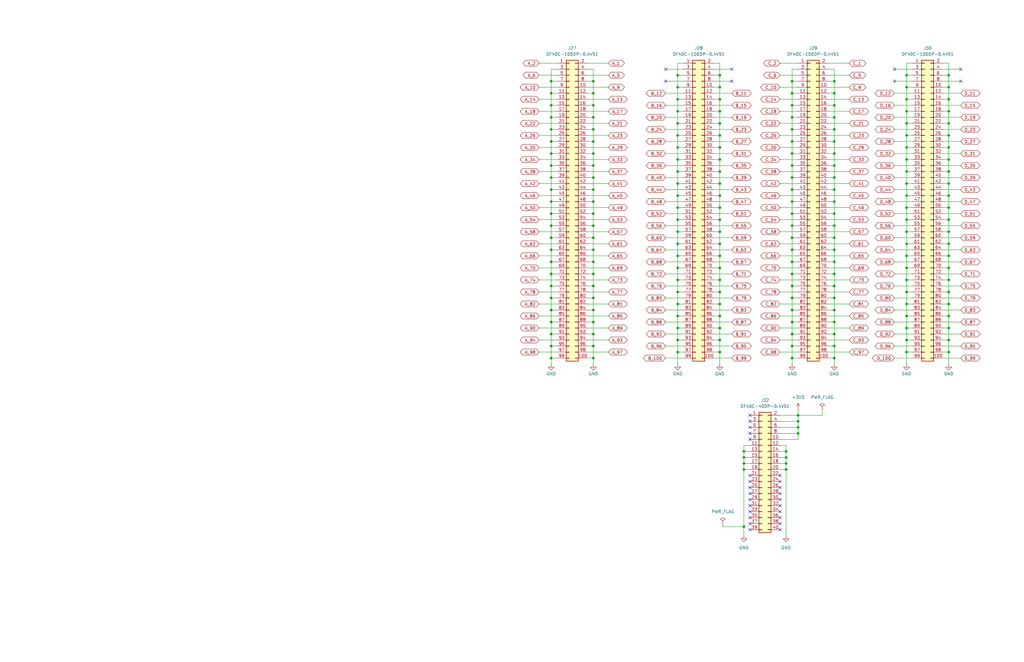
<source format=kicad_sch>
(kicad_sch (version 20231120) (generator "eeschema") (generator_version "8.0")
  (paper "USLedger")
  (junction (at 336.55 180.34))
  (junction (at 351.79 80.01))
  (junction (at 331.47 198.12))
  (junction (at 250.19 64.77))
  (junction (at 334.01 90.17))
  (junction (at 232.41 64.77))
  (junction (at 334.01 110.49))
  (junction (at 334.01 100.33))
  (junction (at 303.53 113.03))
  (junction (at 303.53 57.15))
  (junction (at 400.05 148.59))
  (junction (at 250.19 95.25))
  (junction (at 232.41 95.25))
  (junction (at 400.05 133.35))
  (junction (at 250.19 130.81))
  (junction (at 351.79 34.29))
  (junction (at 334.01 120.65))
  (junction (at 250.19 110.49))
  (junction (at 400.05 138.43))
  (junction (at 400.05 67.31))
  (junction (at 331.47 190.5))
  (junction (at 400.05 57.15))
  (junction (at 334.01 64.77))
  (junction (at 351.79 115.57))
  (junction (at 285.75 148.59))
  (junction (at 400.05 46.99))
  (junction (at 382.27 52.07))
  (junction (at 334.01 54.61))
  (junction (at 303.53 87.63))
  (junction (at 303.53 77.47))
  (junction (at 400.05 107.95))
  (junction (at 334.01 59.69))
  (junction (at 232.41 74.93))
  (junction (at 232.41 125.73))
  (junction (at 334.01 125.73))
  (junction (at 400.05 77.47))
  (junction (at 334.01 85.09))
  (junction (at 285.75 102.87))
  (junction (at 285.75 31.75))
  (junction (at 285.75 92.71))
  (junction (at 285.75 36.83))
  (junction (at 351.79 64.77))
  (junction (at 303.53 72.39))
  (junction (at 232.41 120.65))
  (junction (at 232.41 39.37))
  (junction (at 382.27 62.23))
  (junction (at 351.79 120.65))
  (junction (at 334.01 80.01))
  (junction (at 382.27 123.19))
  (junction (at 334.01 140.97))
  (junction (at 382.27 31.75))
  (junction (at 351.79 69.85))
  (junction (at 285.75 128.27))
  (junction (at 232.41 140.97))
  (junction (at 334.01 74.93))
  (junction (at 351.79 105.41))
  (junction (at 351.79 135.89))
  (junction (at 285.75 133.35))
  (junction (at 285.75 62.23))
  (junction (at 313.69 198.12))
  (junction (at 250.19 59.69))
  (junction (at 351.79 74.93))
  (junction (at 400.05 52.07))
  (junction (at 313.69 190.5))
  (junction (at 382.27 133.35))
  (junction (at 382.27 138.43))
  (junction (at 351.79 100.33))
  (junction (at 250.19 125.73))
  (junction (at 285.75 118.11))
  (junction (at 382.27 148.59))
  (junction (at 250.19 120.65))
  (junction (at 232.41 85.09))
  (junction (at 382.27 92.71))
  (junction (at 334.01 135.89))
  (junction (at 303.53 143.51))
  (junction (at 232.41 44.45))
  (junction (at 232.41 54.61))
  (junction (at 232.41 135.89))
  (junction (at 334.01 34.29))
  (junction (at 303.53 123.19))
  (junction (at 250.19 44.45))
  (junction (at 303.53 118.11))
  (junction (at 400.05 143.51))
  (junction (at 303.53 92.71))
  (junction (at 303.53 82.55))
  (junction (at 303.53 97.79))
  (junction (at 400.05 41.91))
  (junction (at 232.41 151.13))
  (junction (at 400.05 102.87))
  (junction (at 351.79 44.45))
  (junction (at 400.05 113.03))
  (junction (at 303.53 138.43))
  (junction (at 382.27 41.91))
  (junction (at 382.27 82.55))
  (junction (at 303.53 52.07))
  (junction (at 351.79 110.49))
  (junction (at 250.19 90.17))
  (junction (at 232.41 115.57))
  (junction (at 250.19 80.01))
  (junction (at 250.19 85.09))
  (junction (at 351.79 130.81))
  (junction (at 400.05 123.19))
  (junction (at 250.19 146.05))
  (junction (at 250.19 74.93))
  (junction (at 303.53 102.87))
  (junction (at 336.55 175.26))
  (junction (at 351.79 125.73))
  (junction (at 382.27 143.51))
  (junction (at 400.05 118.11))
  (junction (at 334.01 130.81))
  (junction (at 382.27 67.31))
  (junction (at 232.41 80.01))
  (junction (at 285.75 77.47))
  (junction (at 250.19 34.29))
  (junction (at 250.19 105.41))
  (junction (at 400.05 72.39))
  (junction (at 313.69 193.04))
  (junction (at 285.75 138.43))
  (junction (at 382.27 46.99))
  (junction (at 382.27 36.83))
  (junction (at 250.19 69.85))
  (junction (at 382.27 97.79))
  (junction (at 285.75 46.99))
  (junction (at 334.01 146.05))
  (junction (at 285.75 41.91))
  (junction (at 382.27 128.27))
  (junction (at 351.79 90.17))
  (junction (at 382.27 87.63))
  (junction (at 303.53 107.95))
  (junction (at 250.19 115.57))
  (junction (at 331.47 195.58))
  (junction (at 250.19 140.97))
  (junction (at 285.75 107.95))
  (junction (at 351.79 59.69))
  (junction (at 334.01 49.53))
  (junction (at 250.19 39.37))
  (junction (at 232.41 90.17))
  (junction (at 336.55 177.8))
  (junction (at 351.79 140.97))
  (junction (at 232.41 105.41))
  (junction (at 285.75 72.39))
  (junction (at 285.75 143.51))
  (junction (at 400.05 92.71))
  (junction (at 232.41 34.29))
  (junction (at 400.05 31.75))
  (junction (at 382.27 57.15))
  (junction (at 285.75 113.03))
  (junction (at 400.05 97.79))
  (junction (at 303.53 128.27))
  (junction (at 285.75 87.63))
  (junction (at 232.41 69.85))
  (junction (at 382.27 113.03))
  (junction (at 382.27 72.39))
  (junction (at 351.79 151.13))
  (junction (at 313.69 222.25))
  (junction (at 334.01 115.57))
  (junction (at 400.05 62.23))
  (junction (at 400.05 82.55))
  (junction (at 232.41 146.05))
  (junction (at 313.69 195.58))
  (junction (at 334.01 44.45))
  (junction (at 334.01 95.25))
  (junction (at 232.41 59.69))
  (junction (at 382.27 77.47))
  (junction (at 336.55 182.88))
  (junction (at 250.19 100.33))
  (junction (at 232.41 130.81))
  (junction (at 334.01 39.37))
  (junction (at 303.53 62.23))
  (junction (at 285.75 82.55))
  (junction (at 250.19 135.89))
  (junction (at 334.01 105.41))
  (junction (at 250.19 49.53))
  (junction (at 351.79 95.25))
  (junction (at 232.41 49.53))
  (junction (at 351.79 146.05))
  (junction (at 285.75 67.31))
  (junction (at 303.53 148.59))
  (junction (at 400.05 36.83))
  (junction (at 303.53 67.31))
  (junction (at 331.47 193.04))
  (junction (at 303.53 31.75))
  (junction (at 400.05 87.63))
  (junction (at 400.05 128.27))
  (junction (at 285.75 97.79))
  (junction (at 303.53 46.99))
  (junction (at 382.27 118.11))
  (junction (at 351.79 85.09))
  (junction (at 285.75 57.15))
  (junction (at 232.41 100.33))
  (junction (at 382.27 107.95))
  (junction (at 250.19 54.61))
  (junction (at 351.79 39.37))
  (junction (at 303.53 36.83))
  (junction (at 285.75 52.07))
  (junction (at 351.79 54.61))
  (junction (at 285.75 123.19))
  (junction (at 382.27 102.87))
  (junction (at 232.41 110.49))
  (junction (at 250.19 151.13))
  (junction (at 351.79 49.53))
  (junction (at 303.53 41.91))
  (junction (at 303.53 133.35))
  (junction (at 334.01 151.13))
  (junction (at 334.01 69.85))
  (no_connect (at 328.93 218.44))
  (no_connect (at 405.13 34.29))
  (no_connect (at 308.61 29.21))
  (no_connect (at 316.23 213.36))
  (no_connect (at 316.23 205.74))
  (no_connect (at 316.23 215.9))
  (no_connect (at 316.23 185.42))
  (no_connect (at 308.61 34.29))
  (no_connect (at 328.93 223.52))
  (no_connect (at 316.23 177.8))
  (no_connect (at 328.93 205.74))
  (no_connect (at 328.93 215.9))
  (no_connect (at 377.19 29.21))
  (no_connect (at 328.93 203.2))
  (no_connect (at 328.93 220.98))
  (no_connect (at 280.67 34.29))
  (no_connect (at 405.13 29.21))
  (no_connect (at 316.23 175.26))
  (no_connect (at 316.23 210.82))
  (no_connect (at 280.67 29.21))
  (no_connect (at 316.23 208.28))
  (no_connect (at 316.23 200.66))
  (no_connect (at 316.23 220.98))
  (no_connect (at 316.23 180.34))
  (no_connect (at 328.93 208.28))
  (no_connect (at 328.93 200.66))
  (no_connect (at 377.19 34.29))
  (no_connect (at 316.23 203.2))
  (no_connect (at 316.23 182.88))
  (no_connect (at 328.93 213.36))
  (no_connect (at 328.93 210.82))
  (no_connect (at 316.23 218.44))
  (no_connect (at 316.23 223.52))
  (wire (pts (xy 227.33 123.19) (xy 234.95 123.19)))
  (wire (pts (xy 328.93 97.79) (xy 336.55 97.79)))
  (wire (pts (xy 405.13 130.81) (xy 397.51 130.81)))
  (wire (pts (xy 285.75 52.07) (xy 285.75 57.15)))
  (wire (pts (xy 351.79 49.53) (xy 351.79 54.61)))
  (wire (pts (xy 397.51 97.79) (xy 400.05 97.79)))
  (wire (pts (xy 288.29 26.67) (xy 285.75 26.67)))
  (wire (pts (xy 303.53 72.39) (xy 303.53 77.47)))
  (wire (pts (xy 285.75 107.95) (xy 288.29 107.95)))
  (wire (pts (xy 232.41 44.45) (xy 232.41 49.53)))
  (wire (pts (xy 336.55 29.21) (xy 334.01 29.21)))
  (wire (pts (xy 377.19 34.29) (xy 384.81 34.29)))
  (wire (pts (xy 377.19 125.73) (xy 384.81 125.73)))
  (wire (pts (xy 303.53 36.83) (xy 303.53 41.91)))
  (wire (pts (xy 334.01 39.37) (xy 334.01 44.45)))
  (wire (pts (xy 331.47 198.12) (xy 328.93 198.12)))
  (wire (pts (xy 351.79 80.01) (xy 351.79 85.09)))
  (wire (pts (xy 331.47 190.5) (xy 328.93 190.5)))
  (wire (pts (xy 300.99 77.47) (xy 303.53 77.47)))
  (wire (pts (xy 400.05 77.47) (xy 400.05 82.55)))
  (wire (pts (xy 250.19 49.53) (xy 250.19 54.61)))
  (wire (pts (xy 300.99 46.99) (xy 303.53 46.99)))
  (wire (pts (xy 232.41 130.81) (xy 232.41 135.89)))
  (wire (pts (xy 285.75 97.79) (xy 285.75 102.87)))
  (wire (pts (xy 308.61 130.81) (xy 300.99 130.81)))
  (wire (pts (xy 349.25 64.77) (xy 351.79 64.77)))
  (wire (pts (xy 316.23 190.5) (xy 313.69 190.5)))
  (wire (pts (xy 397.51 72.39) (xy 400.05 72.39)))
  (wire (pts (xy 334.01 54.61) (xy 336.55 54.61)))
  (wire (pts (xy 349.25 31.75) (xy 358.14 31.75)))
  (wire (pts (xy 227.33 113.03) (xy 234.95 113.03)))
  (wire (pts (xy 351.79 95.25) (xy 351.79 100.33)))
  (wire (pts (xy 400.05 92.71) (xy 400.05 97.79)))
  (wire (pts (xy 349.25 62.23) (xy 358.14 62.23)))
  (wire (pts (xy 308.61 74.93) (xy 300.99 74.93)))
  (wire (pts (xy 405.13 115.57) (xy 397.51 115.57)))
  (wire (pts (xy 250.19 74.93) (xy 250.19 80.01)))
  (wire (pts (xy 336.55 34.29) (xy 334.01 34.29)))
  (wire (pts (xy 351.79 140.97) (xy 351.79 146.05)))
  (wire (pts (xy 285.75 133.35) (xy 288.29 133.35)))
  (wire (pts (xy 351.79 59.69) (xy 351.79 64.77)))
  (wire (pts (xy 300.99 87.63) (xy 303.53 87.63)))
  (wire (pts (xy 397.51 143.51) (xy 400.05 143.51)))
  (wire (pts (xy 232.41 146.05) (xy 234.95 146.05)))
  (wire (pts (xy 334.01 49.53) (xy 336.55 49.53)))
  (wire (pts (xy 280.67 54.61) (xy 288.29 54.61)))
  (wire (pts (xy 227.33 87.63) (xy 234.95 87.63)))
  (wire (pts (xy 328.93 57.15) (xy 336.55 57.15)))
  (wire (pts (xy 349.25 39.37) (xy 351.79 39.37)))
  (wire (pts (xy 334.01 125.73) (xy 336.55 125.73)))
  (wire (pts (xy 308.61 135.89) (xy 300.99 135.89)))
  (wire (pts (xy 400.05 148.59) (xy 400.05 153.67)))
  (wire (pts (xy 351.79 115.57) (xy 351.79 120.65)))
  (wire (pts (xy 247.65 39.37) (xy 250.19 39.37)))
  (wire (pts (xy 247.65 123.19) (xy 256.54 123.19)))
  (wire (pts (xy 247.65 36.83) (xy 256.54 36.83)))
  (wire (pts (xy 250.19 85.09) (xy 250.19 90.17)))
  (wire (pts (xy 351.79 39.37) (xy 351.79 44.45)))
  (wire (pts (xy 247.65 59.69) (xy 250.19 59.69)))
  (wire (pts (xy 349.25 125.73) (xy 351.79 125.73)))
  (wire (pts (xy 349.25 128.27) (xy 358.14 128.27)))
  (wire (pts (xy 250.19 95.25) (xy 250.19 100.33)))
  (wire (pts (xy 247.65 125.73) (xy 250.19 125.73)))
  (wire (pts (xy 328.93 118.11) (xy 336.55 118.11)))
  (wire (pts (xy 351.79 110.49) (xy 351.79 115.57)))
  (wire (pts (xy 400.05 102.87) (xy 400.05 107.95)))
  (wire (pts (xy 247.65 130.81) (xy 250.19 130.81)))
  (wire (pts (xy 349.25 140.97) (xy 351.79 140.97)))
  (wire (pts (xy 349.25 29.21) (xy 351.79 29.21)))
  (wire (pts (xy 351.79 74.93) (xy 351.79 80.01)))
  (wire (pts (xy 331.47 198.12) (xy 331.47 226.06)))
  (wire (pts (xy 285.75 82.55) (xy 288.29 82.55)))
  (wire (pts (xy 349.25 82.55) (xy 358.14 82.55)))
  (wire (pts (xy 313.69 193.04) (xy 313.69 195.58)))
  (wire (pts (xy 227.33 92.71) (xy 234.95 92.71)))
  (wire (pts (xy 308.61 44.45) (xy 300.99 44.45)))
  (wire (pts (xy 405.13 34.29) (xy 397.51 34.29)))
  (wire (pts (xy 336.55 185.42) (xy 336.55 182.88)))
  (wire (pts (xy 308.61 39.37) (xy 300.99 39.37)))
  (wire (pts (xy 285.75 77.47) (xy 288.29 77.47)))
  (wire (pts (xy 250.19 69.85) (xy 250.19 74.93)))
  (wire (pts (xy 285.75 57.15) (xy 285.75 62.23)))
  (wire (pts (xy 285.75 97.79) (xy 288.29 97.79)))
  (wire (pts (xy 351.79 69.85) (xy 351.79 74.93)))
  (wire (pts (xy 308.61 29.21) (xy 300.99 29.21)))
  (wire (pts (xy 377.19 120.65) (xy 384.81 120.65)))
  (wire (pts (xy 397.51 133.35) (xy 400.05 133.35)))
  (wire (pts (xy 232.41 69.85) (xy 232.41 74.93)))
  (wire (pts (xy 250.19 80.01) (xy 250.19 85.09)))
  (wire (pts (xy 232.41 110.49) (xy 234.95 110.49)))
  (wire (pts (xy 382.27 128.27) (xy 382.27 133.35)))
  (wire (pts (xy 400.05 138.43) (xy 400.05 143.51)))
  (wire (pts (xy 285.75 87.63) (xy 288.29 87.63)))
  (wire (pts (xy 349.25 41.91) (xy 358.14 41.91)))
  (wire (pts (xy 308.61 120.65) (xy 300.99 120.65)))
  (wire (pts (xy 285.75 77.47) (xy 285.75 82.55)))
  (wire (pts (xy 349.25 74.93) (xy 351.79 74.93)))
  (wire (pts (xy 303.53 92.71) (xy 303.53 97.79)))
  (wire (pts (xy 397.51 107.95) (xy 400.05 107.95)))
  (wire (pts (xy 227.33 52.07) (xy 234.95 52.07)))
  (wire (pts (xy 280.67 34.29) (xy 288.29 34.29)))
  (wire (pts (xy 349.25 120.65) (xy 351.79 120.65)))
  (wire (pts (xy 308.61 146.05) (xy 300.99 146.05)))
  (wire (pts (xy 334.01 105.41) (xy 336.55 105.41)))
  (wire (pts (xy 334.01 54.61) (xy 334.01 59.69)))
  (wire (pts (xy 227.33 138.43) (xy 234.95 138.43)))
  (wire (pts (xy 400.05 72.39) (xy 400.05 77.47)))
  (wire (pts (xy 382.27 143.51) (xy 384.81 143.51)))
  (wire (pts (xy 331.47 187.96) (xy 328.93 187.96)))
  (wire (pts (xy 377.19 49.53) (xy 384.81 49.53)))
  (wire (pts (xy 308.61 95.25) (xy 300.99 95.25)))
  (wire (pts (xy 247.65 77.47) (xy 256.54 77.47)))
  (wire (pts (xy 227.33 133.35) (xy 234.95 133.35)))
  (wire (pts (xy 280.67 44.45) (xy 288.29 44.45)))
  (wire (pts (xy 397.51 92.71) (xy 400.05 92.71)))
  (wire (pts (xy 300.99 36.83) (xy 303.53 36.83)))
  (wire (pts (xy 349.25 92.71) (xy 358.14 92.71)))
  (wire (pts (xy 285.75 102.87) (xy 285.75 107.95)))
  (wire (pts (xy 303.53 133.35) (xy 303.53 138.43)))
  (wire (pts (xy 285.75 128.27) (xy 285.75 133.35)))
  (wire (pts (xy 382.27 113.03) (xy 384.81 113.03)))
  (wire (pts (xy 349.25 146.05) (xy 351.79 146.05)))
  (wire (pts (xy 232.41 80.01) (xy 234.95 80.01)))
  (wire (pts (xy 349.25 87.63) (xy 358.14 87.63)))
  (wire (pts (xy 351.79 151.13) (xy 351.79 153.67)))
  (wire (pts (xy 280.67 90.17) (xy 288.29 90.17)))
  (wire (pts (xy 349.25 69.85) (xy 351.79 69.85)))
  (wire (pts (xy 334.01 120.65) (xy 336.55 120.65)))
  (wire (pts (xy 285.75 72.39) (xy 285.75 77.47)))
  (wire (pts (xy 285.75 41.91) (xy 285.75 46.99)))
  (wire (pts (xy 382.27 46.99) (xy 384.81 46.99)))
  (wire (pts (xy 285.75 87.63) (xy 285.75 92.71)))
  (wire (pts (xy 232.41 64.77) (xy 232.41 69.85)))
  (wire (pts (xy 285.75 138.43) (xy 288.29 138.43)))
  (wire (pts (xy 227.33 77.47) (xy 234.95 77.47)))
  (wire (pts (xy 328.93 102.87) (xy 336.55 102.87)))
  (wire (pts (xy 334.01 140.97) (xy 336.55 140.97)))
  (wire (pts (xy 384.81 31.75) (xy 382.27 31.75)))
  (wire (pts (xy 351.79 105.41) (xy 351.79 110.49)))
  (wire (pts (xy 280.67 95.25) (xy 288.29 95.25)))
  (wire (pts (xy 382.27 52.07) (xy 384.81 52.07)))
  (wire (pts (xy 227.33 26.67) (xy 234.95 26.67)))
  (wire (pts (xy 405.13 54.61) (xy 397.51 54.61)))
  (wire (pts (xy 334.01 34.29) (xy 334.01 39.37)))
  (wire (pts (xy 285.75 67.31) (xy 285.75 72.39)))
  (wire (pts (xy 349.25 118.11) (xy 358.14 118.11)))
  (wire (pts (xy 232.41 100.33) (xy 232.41 105.41)))
  (wire (pts (xy 331.47 195.58) (xy 328.93 195.58)))
  (wire (pts (xy 227.33 143.51) (xy 234.95 143.51)))
  (wire (pts (xy 400.05 31.75) (xy 400.05 36.83)))
  (wire (pts (xy 227.33 41.91) (xy 234.95 41.91)))
  (wire (pts (xy 303.53 62.23) (xy 303.53 67.31)))
  (wire (pts (xy 232.41 105.41) (xy 232.41 110.49)))
  (wire (pts (xy 247.65 26.67) (xy 256.54 26.67)))
  (wire (pts (xy 232.41 85.09) (xy 234.95 85.09)))
  (wire (pts (xy 232.41 115.57) (xy 234.95 115.57)))
  (wire (pts (xy 247.65 92.71) (xy 256.54 92.71)))
  (wire (pts (xy 382.27 82.55) (xy 382.27 87.63)))
  (wire (pts (xy 349.25 113.03) (xy 358.14 113.03)))
  (wire (pts (xy 232.41 85.09) (xy 232.41 90.17)))
  (wire (pts (xy 232.41 151.13) (xy 232.41 153.67)))
  (wire (pts (xy 377.19 110.49) (xy 384.81 110.49)))
  (wire (pts (xy 300.99 123.19) (xy 303.53 123.19)))
  (wire (pts (xy 334.01 151.13) (xy 336.55 151.13)))
  (wire (pts (xy 232.41 74.93) (xy 234.95 74.93)))
  (wire (pts (xy 280.67 64.77) (xy 288.29 64.77)))
  (wire (pts (xy 400.05 107.95) (xy 400.05 113.03)))
  (wire (pts (xy 247.65 107.95) (xy 256.54 107.95)))
  (wire (pts (xy 349.25 107.95) (xy 358.14 107.95)))
  (wire (pts (xy 250.19 34.29) (xy 250.19 39.37)))
  (wire (pts (xy 227.33 57.15) (xy 234.95 57.15)))
  (wire (pts (xy 285.75 41.91) (xy 288.29 41.91)))
  (wire (pts (xy 300.99 143.51) (xy 303.53 143.51)))
  (wire (pts (xy 308.61 100.33) (xy 300.99 100.33)))
  (wire (pts (xy 247.65 80.01) (xy 250.19 80.01)))
  (wire (pts (xy 334.01 110.49) (xy 334.01 115.57)))
  (wire (pts (xy 328.93 143.51) (xy 336.55 143.51)))
  (wire (pts (xy 303.53 113.03) (xy 303.53 118.11)))
  (wire (pts (xy 250.19 151.13) (xy 250.19 153.67)))
  (wire (pts (xy 250.19 120.65) (xy 250.19 125.73)))
  (wire (pts (xy 316.23 195.58) (xy 313.69 195.58)))
  (wire (pts (xy 247.65 46.99) (xy 256.54 46.99)))
  (wire (pts (xy 405.13 151.13) (xy 397.51 151.13)))
  (wire (pts (xy 308.61 59.69) (xy 300.99 59.69)))
  (wire (pts (xy 328.93 87.63) (xy 336.55 87.63)))
  (wire (pts (xy 397.51 123.19) (xy 400.05 123.19)))
  (wire (pts (xy 232.41 90.17) (xy 232.41 95.25)))
  (wire (pts (xy 382.27 46.99) (xy 382.27 52.07)))
  (wire (pts (xy 232.41 39.37) (xy 234.95 39.37)))
  (wire (pts (xy 334.01 85.09) (xy 334.01 90.17)))
  (wire (pts (xy 351.79 64.77) (xy 351.79 69.85)))
  (wire (pts (xy 303.53 57.15) (xy 303.53 62.23)))
  (wire (pts (xy 382.27 113.03) (xy 382.27 118.11)))
  (wire (pts (xy 334.01 39.37) (xy 336.55 39.37)))
  (wire (pts (xy 382.27 128.27) (xy 384.81 128.27)))
  (wire (pts (xy 247.65 49.53) (xy 250.19 49.53)))
  (wire (pts (xy 328.93 52.07) (xy 336.55 52.07)))
  (wire (pts (xy 377.19 80.01) (xy 384.81 80.01)))
  (wire (pts (xy 227.33 118.11) (xy 234.95 118.11)))
  (wire (pts (xy 334.01 90.17) (xy 334.01 95.25)))
  (wire (pts (xy 328.93 77.47) (xy 336.55 77.47)))
  (wire (pts (xy 400.05 52.07) (xy 400.05 57.15)))
  (wire (pts (xy 247.65 90.17) (xy 250.19 90.17)))
  (wire (pts (xy 232.41 125.73) (xy 234.95 125.73)))
  (wire (pts (xy 382.27 138.43) (xy 384.81 138.43)))
  (wire (pts (xy 397.51 41.91) (xy 400.05 41.91)))
  (wire (pts (xy 227.33 62.23) (xy 234.95 62.23)))
  (wire (pts (xy 405.13 140.97) (xy 397.51 140.97)))
  (wire (pts (xy 232.41 64.77) (xy 234.95 64.77)))
  (wire (pts (xy 331.47 195.58) (xy 331.47 198.12)))
  (wire (pts (xy 382.27 118.11) (xy 382.27 123.19)))
  (wire (pts (xy 405.13 64.77) (xy 397.51 64.77)))
  (wire (pts (xy 405.13 44.45) (xy 397.51 44.45)))
  (wire (pts (xy 304.8 222.25) (xy 313.69 222.25)))
  (wire (pts (xy 247.65 118.11) (xy 256.54 118.11)))
  (wire (pts (xy 250.19 100.33) (xy 250.19 105.41)))
  (wire (pts (xy 308.61 80.01) (xy 300.99 80.01)))
  (wire (pts (xy 400.05 133.35) (xy 400.05 138.43)))
  (wire (pts (xy 232.41 69.85) (xy 234.95 69.85)))
  (wire (pts (xy 285.75 113.03) (xy 288.29 113.03)))
  (wire (pts (xy 250.19 105.41) (xy 250.19 110.49)))
  (wire (pts (xy 232.41 135.89) (xy 234.95 135.89)))
  (wire (pts (xy 250.19 130.81) (xy 250.19 135.89)))
  (wire (pts (xy 405.13 80.01) (xy 397.51 80.01)))
  (wire (pts (xy 382.27 52.07) (xy 382.27 57.15)))
  (wire (pts (xy 377.19 140.97) (xy 384.81 140.97)))
  (wire (pts (xy 349.25 110.49) (xy 351.79 110.49)))
  (wire (pts (xy 280.67 151.13) (xy 288.29 151.13)))
  (wire (pts (xy 328.93 138.43) (xy 336.55 138.43)))
  (wire (pts (xy 285.75 118.11) (xy 288.29 118.11)))
  (wire (pts (xy 313.69 198.12) (xy 313.69 222.25)))
  (wire (pts (xy 349.25 105.41) (xy 351.79 105.41)))
  (wire (pts (xy 382.27 97.79) (xy 382.27 102.87)))
  (wire (pts (xy 247.65 69.85) (xy 250.19 69.85)))
  (wire (pts (xy 382.27 92.71) (xy 382.27 97.79)))
  (wire (pts (xy 331.47 193.04) (xy 331.47 195.58)))
  (wire (pts (xy 382.27 67.31) (xy 382.27 72.39)))
  (wire (pts (xy 349.25 36.83) (xy 358.14 36.83)))
  (wire (pts (xy 227.33 128.27) (xy 234.95 128.27)))
  (wire (pts (xy 285.75 107.95) (xy 285.75 113.03)))
  (wire (pts (xy 397.51 46.99) (xy 400.05 46.99)))
  (wire (pts (xy 334.01 146.05) (xy 336.55 146.05)))
  (wire (pts (xy 285.75 92.71) (xy 288.29 92.71)))
  (wire (pts (xy 285.75 26.67) (xy 285.75 31.75)))
  (wire (pts (xy 400.05 26.67) (xy 400.05 31.75)))
  (wire (pts (xy 316.23 193.04) (xy 313.69 193.04)))
  (wire (pts (xy 349.25 54.61) (xy 351.79 54.61)))
  (wire (pts (xy 400.05 41.91) (xy 400.05 46.99)))
  (wire (pts (xy 303.53 148.59) (xy 303.53 153.67)))
  (wire (pts (xy 280.67 29.21) (xy 288.29 29.21)))
  (wire (pts (xy 377.19 135.89) (xy 384.81 135.89)))
  (wire (pts (xy 334.01 59.69) (xy 334.01 64.77)))
  (wire (pts (xy 280.67 146.05) (xy 288.29 146.05)))
  (wire (pts (xy 334.01 135.89) (xy 336.55 135.89)))
  (wire (pts (xy 308.61 105.41) (xy 300.99 105.41)))
  (wire (pts (xy 232.41 95.25) (xy 232.41 100.33)))
  (wire (pts (xy 250.19 39.37) (xy 250.19 44.45)))
  (wire (pts (xy 247.65 29.21) (xy 250.19 29.21)))
  (wire (pts (xy 285.75 46.99) (xy 288.29 46.99)))
  (wire (pts (xy 377.19 64.77) (xy 384.81 64.77)))
  (wire (pts (xy 334.01 130.81) (xy 336.55 130.81)))
  (wire (pts (xy 382.27 143.51) (xy 382.27 148.59)))
  (wire (pts (xy 285.75 138.43) (xy 285.75 143.51)))
  (wire (pts (xy 336.55 175.26) (xy 328.93 175.26)))
  (wire (pts (xy 334.01 29.21) (xy 334.01 34.29)))
  (wire (pts (xy 351.79 29.21) (xy 351.79 34.29)))
  (wire (pts (xy 247.65 41.91) (xy 256.54 41.91)))
  (wire (pts (xy 285.75 123.19) (xy 288.29 123.19)))
  (wire (pts (xy 313.69 187.96) (xy 313.69 190.5)))
  (wire (pts (xy 232.41 140.97) (xy 232.41 146.05)))
  (wire (pts (xy 349.25 44.45) (xy 351.79 44.45)))
  (wire (pts (xy 328.93 123.19) (xy 336.55 123.19)))
  (wire (pts (xy 232.41 54.61) (xy 232.41 59.69)))
  (wire (pts (xy 280.67 49.53) (xy 288.29 49.53)))
  (wire (pts (xy 250.19 59.69) (xy 250.19 64.77)))
  (wire (pts (xy 285.75 82.55) (xy 285.75 87.63)))
  (wire (pts (xy 300.99 113.03) (xy 303.53 113.03)))
  (wire (pts (xy 303.53 123.19) (xy 303.53 128.27)))
  (wire (pts (xy 247.65 133.35) (xy 256.54 133.35)))
  (wire (pts (xy 400.05 36.83) (xy 400.05 41.91)))
  (wire (pts (xy 377.19 85.09) (xy 384.81 85.09)))
  (wire (pts (xy 382.27 87.63) (xy 382.27 92.71)))
  (wire (pts (xy 397.51 148.59) (xy 400.05 148.59)))
  (wire (pts (xy 303.53 77.47) (xy 303.53 82.55)))
  (wire (pts (xy 382.27 57.15) (xy 384.81 57.15)))
  (wire (pts (xy 377.19 90.17) (xy 384.81 90.17)))
  (wire (pts (xy 303.53 97.79) (xy 303.53 102.87)))
  (wire (pts (xy 247.65 151.13) (xy 250.19 151.13)))
  (wire (pts (xy 400.05 46.99) (xy 400.05 52.07)))
  (wire (pts (xy 397.51 77.47) (xy 400.05 77.47)))
  (wire (pts (xy 382.27 123.19) (xy 382.27 128.27)))
  (wire (pts (xy 400.05 87.63) (xy 400.05 92.71)))
  (wire (pts (xy 227.33 148.59) (xy 234.95 148.59)))
  (wire (pts (xy 349.25 102.87) (xy 358.14 102.87)))
  (wire (pts (xy 308.61 34.29) (xy 300.99 34.29)))
  (wire (pts (xy 232.41 34.29) (xy 232.41 39.37)))
  (wire (pts (xy 232.41 59.69) (xy 234.95 59.69)))
  (wire (pts (xy 227.33 36.83) (xy 234.95 36.83)))
  (wire (pts (xy 234.95 29.21) (xy 232.41 29.21)))
  (wire (pts (xy 382.27 92.71) (xy 384.81 92.71)))
  (wire (pts (xy 300.99 97.79) (xy 303.53 97.79)))
  (wire (pts (xy 232.41 120.65) (xy 232.41 125.73)))
  (wire (pts (xy 405.13 29.21) (xy 397.51 29.21)))
  (wire (pts (xy 250.19 29.21) (xy 250.19 34.29)))
  (wire (pts (xy 247.65 95.25) (xy 250.19 95.25)))
  (wire (pts (xy 334.01 105.41) (xy 334.01 110.49)))
  (wire (pts (xy 300.99 133.35) (xy 303.53 133.35)))
  (wire (pts (xy 377.19 100.33) (xy 384.81 100.33)))
  (wire (pts (xy 303.53 41.91) (xy 303.53 46.99)))
  (wire (pts (xy 397.51 138.43) (xy 400.05 138.43)))
  (wire (pts (xy 349.25 148.59) (xy 358.14 148.59)))
  (wire (pts (xy 382.27 62.23) (xy 384.81 62.23)))
  (wire (pts (xy 334.01 100.33) (xy 336.55 100.33)))
  (wire (pts (xy 304.8 220.98) (xy 304.8 222.25)))
  (wire (pts (xy 280.67 85.09) (xy 288.29 85.09)))
  (wire (pts (xy 328.93 128.27) (xy 336.55 128.27)))
  (wire (pts (xy 313.69 222.25) (xy 313.69 226.06)))
  (wire (pts (xy 280.67 69.85) (xy 288.29 69.85)))
  (wire (pts (xy 349.25 97.79) (xy 358.14 97.79)))
  (wire (pts (xy 400.05 113.03) (xy 400.05 118.11)))
  (wire (pts (xy 397.51 118.11) (xy 400.05 118.11)))
  (wire (pts (xy 334.01 95.25) (xy 336.55 95.25)))
  (wire (pts (xy 351.79 135.89) (xy 351.79 140.97)))
  (wire (pts (xy 308.61 85.09) (xy 300.99 85.09)))
  (wire (pts (xy 227.33 72.39) (xy 234.95 72.39)))
  (wire (pts (xy 285.75 133.35) (xy 285.75 138.43)))
  (wire (pts (xy 232.41 59.69) (xy 232.41 64.77)))
  (wire (pts (xy 285.75 102.87) (xy 288.29 102.87)))
  (wire (pts (xy 328.93 180.34) (xy 336.55 180.34)))
  (wire (pts (xy 285.75 123.19) (xy 285.75 128.27)))
  (wire (pts (xy 247.65 135.89) (xy 250.19 135.89)))
  (wire (pts (xy 349.25 133.35) (xy 358.14 133.35)))
  (wire (pts (xy 232.41 146.05) (xy 232.41 151.13)))
  (wire (pts (xy 349.25 67.31) (xy 358.14 67.31)))
  (wire (pts (xy 247.65 140.97) (xy 250.19 140.97)))
  (wire (pts (xy 405.13 49.53) (xy 397.51 49.53)))
  (wire (pts (xy 280.67 39.37) (xy 288.29 39.37)))
  (wire (pts (xy 331.47 193.04) (xy 328.93 193.04)))
  (wire (pts (xy 247.65 120.65) (xy 250.19 120.65)))
  (wire (pts (xy 308.61 151.13) (xy 300.99 151.13)))
  (wire (pts (xy 232.41 105.41) (xy 234.95 105.41)))
  (wire (pts (xy 377.19 59.69) (xy 384.81 59.69)))
  (wire (pts (xy 400.05 82.55) (xy 400.05 87.63)))
  (wire (pts (xy 316.23 187.96) (xy 313.69 187.96)))
  (wire (pts (xy 334.01 80.01) (xy 334.01 85.09)))
  (wire (pts (xy 405.13 74.93) (xy 397.51 74.93)))
  (wire (pts (xy 300.99 62.23) (xy 303.53 62.23)))
  (wire (pts (xy 377.19 69.85) (xy 384.81 69.85)))
  (wire (pts (xy 351.79 120.65) (xy 351.79 125.73)))
  (wire (pts (xy 377.19 130.81) (xy 384.81 130.81)))
  (wire (pts (xy 382.27 36.83) (xy 382.27 41.91)))
  (wire (pts (xy 328.93 36.83) (xy 336.55 36.83)))
  (wire (pts (xy 247.65 62.23) (xy 256.54 62.23)))
  (wire (pts (xy 285.75 118.11) (xy 285.75 123.19)))
  (wire (pts (xy 227.33 31.75) (xy 234.95 31.75)))
  (wire (pts (xy 308.61 54.61) (xy 300.99 54.61)))
  (wire (pts (xy 280.67 130.81) (xy 288.29 130.81)))
  (wire (pts (xy 400.05 62.23) (xy 400.05 67.31)))
  (wire (pts (xy 285.75 113.03) (xy 285.75 118.11)))
  (wire (pts (xy 285.75 36.83) (xy 285.75 41.91)))
  (wire (pts (xy 232.41 80.01) (xy 232.41 85.09)))
  (wire (pts (xy 285.75 128.27) (xy 288.29 128.27)))
  (wire (pts (xy 382.27 72.39) (xy 384.81 72.39)))
  (wire (pts (xy 247.65 34.29) (xy 250.19 34.29)))
  (wire (pts (xy 334.01 59.69) (xy 336.55 59.69)))
  (wire (pts (xy 250.19 110.49) (xy 250.19 115.57)))
  (wire (pts (xy 280.67 80.01) (xy 288.29 80.01)))
  (wire (pts (xy 300.99 41.91) (xy 303.53 41.91)))
  (wire (pts (xy 349.25 26.67) (xy 358.14 26.67)))
  (wire (pts (xy 336.55 177.8) (xy 336.55 175.26)))
  (wire (pts (xy 250.19 54.61) (xy 250.19 59.69)))
  (wire (pts (xy 382.27 118.11) (xy 384.81 118.11)))
  (wire (pts (xy 300.99 31.75) (xy 303.53 31.75)))
  (wire (pts (xy 300.99 128.27) (xy 303.53 128.27)))
  (wire (pts (xy 397.51 128.27) (xy 400.05 128.27)))
  (wire (pts (xy 285.75 148.59) (xy 288.29 148.59)))
  (wire (pts (xy 351.79 100.33) (xy 351.79 105.41)))
  (wire (pts (xy 232.41 95.25) (xy 234.95 95.25)))
  (wire (pts (xy 280.67 110.49) (xy 288.29 110.49)))
  (wire (pts (xy 288.29 31.75) (xy 285.75 31.75)))
  (wire (pts (xy 328.93 107.95) (xy 336.55 107.95)))
  (wire (pts (xy 308.61 90.17) (xy 300.99 90.17)))
  (wire (pts (xy 232.41 125.73) (xy 232.41 130.81)))
  (wire (pts (xy 397.51 82.55) (xy 400.05 82.55)))
  (wire (pts (xy 303.53 26.67) (xy 303.53 31.75)))
  (wire (pts (xy 334.01 146.05) (xy 334.01 151.13)))
  (wire (pts (xy 247.65 143.51) (xy 256.54 143.51)))
  (wire (pts (xy 349.25 77.47) (xy 358.14 77.47)))
  (wire (pts (xy 405.13 125.73) (xy 397.51 125.73)))
  (wire (pts (xy 227.33 102.87) (xy 234.95 102.87)))
  (wire (pts (xy 351.79 85.09) (xy 351.79 90.17)))
  (wire (pts (xy 232.41 140.97) (xy 234.95 140.97)))
  (wire (pts (xy 349.25 90.17) (xy 351.79 90.17)))
  (wire (pts (xy 382.27 77.47) (xy 384.81 77.47)))
  (wire (pts (xy 382.27 133.35) (xy 384.81 133.35)))
  (wire (pts (xy 300.99 92.71) (xy 303.53 92.71)))
  (wire (pts (xy 303.53 128.27) (xy 303.53 133.35)))
  (wire (pts (xy 232.41 120.65) (xy 234.95 120.65)))
  (wire (pts (xy 247.65 82.55) (xy 256.54 82.55)))
  (wire (pts (xy 303.53 67.31) (xy 303.53 72.39)))
  (wire (pts (xy 247.65 97.79) (xy 256.54 97.79)))
  (wire (pts (xy 247.65 64.77) (xy 250.19 64.77)))
  (wire (pts (xy 351.79 34.29) (xy 351.79 39.37)))
  (wire (pts (xy 328.93 177.8) (xy 336.55 177.8)))
  (wire (pts (xy 382.27 107.95) (xy 382.27 113.03)))
  (wire (pts (xy 334.01 69.85) (xy 334.01 74.93)))
  (wire (pts (xy 405.13 39.37) (xy 397.51 39.37)))
  (wire (pts (xy 285.75 67.31) (xy 288.29 67.31)))
  (wire (pts (xy 308.61 140.97) (xy 300.99 140.97)))
  (wire (pts (xy 280.67 74.93) (xy 288.29 74.93)))
  (wire (pts (xy 400.05 123.19) (xy 400.05 128.27)))
  (wire (pts (xy 303.53 138.43) (xy 303.53 143.51)))
  (wire (pts (xy 377.19 39.37) (xy 384.81 39.37)))
  (wire (pts (xy 382.27 31.75) (xy 382.27 36.83)))
  (wire (pts (xy 397.51 102.87) (xy 400.05 102.87)))
  (wire (pts (xy 334.01 100.33) (xy 334.01 105.41)))
  (wire (pts (xy 247.65 85.09) (xy 250.19 85.09)))
  (wire (pts (xy 280.67 140.97) (xy 288.29 140.97)))
  (wire (pts (xy 377.19 105.41) (xy 384.81 105.41)))
  (wire (pts (xy 382.27 67.31) (xy 384.81 67.31)))
  (wire (pts (xy 300.99 57.15) (xy 303.53 57.15)))
  (wire (pts (xy 382.27 102.87) (xy 382.27 107.95)))
  (wire (pts (xy 382.27 87.63) (xy 384.81 87.63)))
  (wire (pts (xy 382.27 102.87) (xy 384.81 102.87)))
  (wire (pts (xy 250.19 90.17) (xy 250.19 95.25)))
  (wire (pts (xy 382.27 123.19) (xy 384.81 123.19)))
  (wire (pts (xy 382.27 148.59) (xy 384.81 148.59)))
  (wire (pts (xy 349.25 85.09) (xy 351.79 85.09)))
  (wire (pts (xy 232.41 110.49) (xy 232.41 115.57)))
  (wire (pts (xy 349.25 138.43) (xy 358.14 138.43)))
  (wire (pts (xy 328.93 113.03) (xy 336.55 113.03)))
  (wire (pts (xy 247.65 100.33) (xy 250.19 100.33)))
  (wire (pts (xy 285.75 92.71) (xy 285.75 97.79)))
  (wire (pts (xy 280.67 115.57) (xy 288.29 115.57)))
  (wire (pts (xy 351.79 90.17) (xy 351.79 95.25)))
  (wire (pts (xy 397.51 62.23) (xy 400.05 62.23)))
  (wire (pts (xy 377.19 146.05) (xy 384.81 146.05)))
  (wire (pts (xy 334.01 49.53) (xy 334.01 54.61)))
  (wire (pts (xy 300.99 148.59) (xy 303.53 148.59)))
  (wire (pts (xy 285.75 62.23) (xy 288.29 62.23)))
  (wire (pts (xy 328.93 41.91) (xy 336.55 41.91)))
  (wire (pts (xy 349.25 57.15) (xy 358.14 57.15)))
  (wire (pts (xy 334.01 115.57) (xy 334.01 120.65)))
  (wire (pts (xy 336.55 182.88) (xy 336.55 180.34)))
  (wire (pts (xy 334.01 74.93) (xy 336.55 74.93)))
  (wire (pts (xy 285.75 57.15) (xy 288.29 57.15)))
  (wire (pts (xy 328.93 148.59) (xy 336.55 148.59)))
  (wire (pts (xy 397.51 87.63) (xy 400.05 87.63)))
  (wire (pts (xy 382.27 82.55) (xy 384.81 82.55)))
  (wire (pts (xy 247.65 52.07) (xy 256.54 52.07)))
  (wire (pts (xy 232.41 151.13) (xy 234.95 151.13)))
  (wire (pts (xy 334.01 74.93) (xy 334.01 80.01)))
  (wire (pts (xy 300.99 107.95) (xy 303.53 107.95)))
  (wire (pts (xy 303.53 102.87) (xy 303.53 107.95)))
  (wire (pts (xy 397.51 113.03) (xy 400.05 113.03)))
  (wire (pts (xy 405.13 110.49) (xy 397.51 110.49)))
  (wire (pts (xy 382.27 41.91) (xy 384.81 41.91)))
  (wire (pts (xy 400.05 97.79) (xy 400.05 102.87)))
  (wire (pts (xy 328.93 46.99) (xy 336.55 46.99)))
  (wire (pts (xy 227.33 82.55) (xy 234.95 82.55)))
  (wire (pts (xy 334.01 151.13) (xy 334.01 153.67)))
  (wire (pts (xy 334.01 69.85) (xy 336.55 69.85)))
  (wire (pts (xy 351.79 44.45) (xy 351.79 49.53)))
  (wire (pts (xy 400.05 128.27) (xy 400.05 133.35)))
  (wire (pts (xy 308.61 125.73) (xy 300.99 125.73)))
  (wire (pts (xy 334.01 125.73) (xy 334.01 130.81)))
  (wire (pts (xy 247.65 110.49) (xy 250.19 110.49)))
  (wire (pts (xy 349.25 46.99) (xy 358.14 46.99)))
  (wire (pts (xy 232.41 44.45) (xy 234.95 44.45)))
  (wire (pts (xy 382.27 57.15) (xy 382.27 62.23)))
  (wire (pts (xy 334.01 85.09) (xy 336.55 85.09)))
  (wire (pts (xy 328.93 26.67) (xy 336.55 26.67)))
  (wire (pts (xy 247.65 128.27) (xy 256.54 128.27)))
  (wire (pts (xy 247.65 115.57) (xy 250.19 115.57)))
  (wire (pts (xy 334.01 80.01) (xy 336.55 80.01)))
  (wire (pts (xy 285.75 62.23) (xy 285.75 67.31)))
  (wire (pts (xy 280.67 120.65) (xy 288.29 120.65)))
  (wire (pts (xy 328.93 67.31) (xy 336.55 67.31)))
  (wire (pts (xy 349.25 123.19) (xy 358.14 123.19)))
  (wire (pts (xy 377.19 95.25) (xy 384.81 95.25)))
  (wire (pts (xy 397.51 36.83) (xy 400.05 36.83)))
  (wire (pts (xy 247.65 146.05) (xy 250.19 146.05)))
  (wire (pts (xy 227.33 107.95) (xy 234.95 107.95)))
  (wire (pts (xy 280.67 125.73) (xy 288.29 125.73)))
  (wire (pts (xy 405.13 95.25) (xy 397.51 95.25)))
  (wire (pts (xy 308.61 49.53) (xy 300.99 49.53)))
  (wire (pts (xy 384.81 26.67) (xy 382.27 26.67)))
  (wire (pts (xy 397.51 31.75) (xy 400.05 31.75)))
  (wire (pts (xy 349.25 80.01) (xy 351.79 80.01)))
  (wire (pts (xy 349.25 34.29) (xy 351.79 34.29)))
  (wire (pts (xy 247.65 138.43) (xy 256.54 138.43)))
  (wire (pts (xy 316.23 198.12) (xy 313.69 198.12)))
  (wire (pts (xy 334.01 130.81) (xy 334.01 135.89)))
  (wire (pts (xy 328.93 133.35) (xy 336.55 133.35)))
  (wire (pts (xy 397.51 52.07) (xy 400.05 52.07)))
  (wire (pts (xy 250.19 64.77) (xy 250.19 69.85)))
  (wire (pts (xy 247.65 31.75) (xy 256.54 31.75)))
  (wire (pts (xy 232.41 115.57) (xy 232.41 120.65)))
  (wire (pts (xy 382.27 72.39) (xy 382.27 77.47)))
  (wire (pts (xy 400.05 143.51) (xy 400.05 148.59)))
  (wire (pts (xy 400.05 118.11) (xy 400.05 123.19)))
  (wire (pts (xy 308.61 64.77) (xy 300.99 64.77)))
  (wire (pts (xy 247.65 102.87) (xy 256.54 102.87)))
  (wire (pts (xy 334.01 64.77) (xy 336.55 64.77)))
  (wire (pts (xy 400.05 57.15) (xy 400.05 62.23)))
  (wire (pts (xy 382.27 138.43) (xy 382.27 143.51)))
  (wire (pts (xy 300.99 82.55) (xy 303.53 82.55)))
  (wire (pts (xy 328.93 72.39) (xy 336.55 72.39)))
  (wire (pts (xy 349.25 151.13) (xy 351.79 151.13)))
  (wire (pts (xy 227.33 46.99) (xy 234.95 46.99)))
  (wire (pts (xy 232.41 130.81) (xy 234.95 130.81)))
  (wire (pts (xy 331.47 190.5) (xy 331.47 193.04)))
  (wire (pts (xy 405.13 135.89) (xy 397.51 135.89)))
  (wire (pts (xy 382.27 97.79) (xy 384.81 97.79)))
  (wire (pts (xy 303.53 143.51) (xy 303.53 148.59)))
  (wire (pts (xy 405.13 85.09) (xy 397.51 85.09)))
  (wire (pts (xy 303.53 107.95) (xy 303.53 113.03)))
  (wire (pts (xy 377.19 74.93) (xy 384.81 74.93)))
  (wire (pts (xy 405.13 69.85) (xy 397.51 69.85)))
  (wire (pts (xy 313.69 195.58) (xy 313.69 198.12)))
  (wire (pts (xy 334.01 140.97) (xy 334.01 146.05)))
  (wire (pts (xy 250.19 125.73) (xy 250.19 130.81)))
  (wire (pts (xy 250.19 135.89) (xy 250.19 140.97)))
  (wire (pts (xy 382.27 41.91) (xy 382.27 46.99)))
  (wire (pts (xy 308.61 110.49) (xy 300.99 110.49)))
  (wire (pts (xy 382.27 36.83) (xy 384.81 36.83)))
  (wire (pts (xy 334.01 64.77) (xy 334.01 69.85)))
  (wire (pts (xy 280.67 100.33) (xy 288.29 100.33)))
  (wire (pts (xy 247.65 54.61) (xy 250.19 54.61)))
  (wire (pts (xy 397.51 57.15) (xy 400.05 57.15)))
  (wire (pts (xy 300.99 138.43) (xy 303.53 138.43)))
  (wire (pts (xy 334.01 44.45) (xy 336.55 44.45)))
  (wire (pts (xy 303.53 87.63) (xy 303.53 92.71)))
  (wire (pts (xy 349.25 143.51) (xy 358.14 143.51)))
  (wire (pts (xy 300.99 52.07) (xy 303.53 52.07)))
  (wire (pts (xy 400.05 67.31) (xy 400.05 72.39)))
  (wire (pts (xy 382.27 62.23) (xy 382.27 67.31)))
  (wire (pts (xy 247.65 113.03) (xy 256.54 113.03)))
  (wire (pts (xy 250.19 44.45) (xy 250.19 49.53)))
  (wire (pts (xy 328.93 31.75) (xy 336.55 31.75)))
  (wire (pts (xy 232.41 74.93) (xy 232.41 80.01)))
  (wire (pts (xy 280.67 59.69) (xy 288.29 59.69)))
  (wire (pts (xy 300.99 67.31) (xy 303.53 67.31)))
  (wire (pts (xy 328.93 92.71) (xy 336.55 92.71)))
  (wire (pts (xy 349.25 115.57) (xy 351.79 115.57)))
  (wire (pts (xy 377.19 115.57) (xy 384.81 115.57)))
  (wire (pts (xy 303.53 31.75) (xy 303.53 36.83)))
  (wire (pts (xy 303.53 52.07) (xy 303.53 57.15)))
  (wire (pts (xy 346.71 172.72) (xy 346.71 175.26)))
  (wire (pts (xy 285.75 148.59) (xy 285.75 153.67)))
  (wire (pts (xy 247.65 57.15) (xy 256.54 57.15)))
  (wire (pts (xy 334.01 90.17) (xy 336.55 90.17)))
  (wire (pts (xy 405.13 100.33) (xy 397.51 100.33)))
  (wire (pts (xy 303.53 46.99) (xy 303.53 52.07)))
  (wire (pts (xy 250.19 140.97) (xy 250.19 146.05)))
  (wire (pts (xy 382.27 26.67) (xy 382.27 31.75)))
  (wire (pts (xy 382.27 148.59) (xy 382.27 153.67)))
  (wire (pts (xy 382.27 107.95) (xy 384.81 107.95)))
  (wire (pts (xy 247.65 148.59) (xy 256.54 148.59)))
  (wire (pts (xy 280.67 105.41) (xy 288.29 105.41)))
  (wire (pts (xy 405.13 105.41) (xy 397.51 105.41)))
  (wire (pts (xy 328.93 82.55) (xy 336.55 82.55)))
  (wire (pts (xy 397.51 26.67) (xy 400.05 26.67)))
  (wire (pts (xy 382.27 77.47) (xy 382.27 82.55)))
  (wire (pts (xy 405.13 90.17) (xy 397.51 90.17)))
  (wire (pts (xy 351.79 125.73) (xy 351.79 130.81)))
  (wire (pts (xy 346.71 175.26) (xy 336.55 175.26)))
  (wire (pts (xy 334.01 120.65) (xy 334.01 125.73)))
  (wire (pts (xy 285.75 46.99) (xy 285.75 52.07)))
  (wire (pts (xy 285.75 31.75) (xy 285.75 36.83)))
  (wire (pts (xy 300.99 102.87) (xy 303.53 102.87)))
  (wire (pts (xy 280.67 135.89) (xy 288.29 135.89)))
  (wire (pts (xy 232.41 100.33) (xy 234.95 100.33)))
  (wire (pts (xy 232.41 49.53) (xy 234.95 49.53)))
  (wire (pts (xy 349.25 72.39) (xy 358.14 72.39)))
  (wire (pts (xy 232.41 54.61) (xy 234.95 54.61)))
  (wire (pts (xy 300.99 118.11) (xy 303.53 118.11)))
  (wire (pts (xy 334.01 95.25) (xy 334.01 100.33)))
  (wire (pts (xy 285.75 52.07) (xy 288.29 52.07)))
  (wire (pts (xy 349.25 52.07) (xy 358.14 52.07)))
  (wire (pts (xy 285.75 143.51) (xy 285.75 148.59)))
  (wire (pts (xy 328.93 62.23) (xy 336.55 62.23)))
  (wire (pts (xy 247.65 105.41) (xy 250.19 105.41)))
  (wire (pts (xy 232.41 29.21) (xy 232.41 34.29)))
  (wire (pts (xy 349.25 95.25) (xy 351.79 95.25)))
  (wire (pts (xy 377.19 44.45) (xy 384.81 44.45)))
  (wire (pts (xy 247.65 72.39) (xy 256.54 72.39)))
  (wire (pts (xy 405.13 120.65) (xy 397.51 120.65)))
  (wire (pts (xy 377.19 29.21) (xy 384.81 29.21)))
  (wire (pts (xy 232.41 49.53) (xy 232.41 54.61)))
  (wire (pts (xy 247.65 44.45) (xy 250.19 44.45)))
  (wire (pts (xy 232.41 39.37) (xy 232.41 44.45)))
  (wire (pts (xy 397.51 67.31) (xy 400.05 67.31)))
  (wire (pts (xy 300.99 26.67) (xy 303.53 26.67)))
  (wire (pts (xy 247.65 67.31) (xy 256.54 67.31)))
  (wire (pts (xy 331.47 187.96) (xy 331.47 190.5)))
  (wire (pts (xy 382.27 133.35) (xy 382.27 138.43)))
  (wire (pts (xy 303.53 118.11) (xy 303.53 123.19)))
  (wire (pts (xy 247.65 74.93) (xy 250.19 74.93)))
  (wire (pts (xy 227.33 67.31) (xy 234.95 67.31)))
  (wire (pts (xy 334.01 44.45) (xy 334.01 49.53)))
  (wire (pts (xy 334.01 115.57) (xy 336.55 115.57)))
  (wire (pts (xy 313.69 190.5) (xy 313.69 193.04)))
  (wire (pts (xy 303.53 82.55) (xy 303.53 87.63)))
  (wire (pts (xy 250.19 146.05) (xy 250.19 151.13)))
  (wire (pts (xy 232.41 90.17) (xy 234.95 90.17)))
  (wire (pts (xy 351.79 54.61) (xy 351.79 59.69)))
  (wire (pts (xy 349.25 130.81) (xy 351.79 130.81)))
  (wire (pts (xy 377.19 54.61) (xy 384.81 54.61)))
  (wire (pts (xy 227.33 97.79) (xy 234.95 97.79)))
  (wire (pts (xy 336.55 172.72) (xy 336.55 175.26)))
  (wire (pts (xy 334.01 110.49) (xy 336.55 110.49)))
  (wire (pts (xy 300.99 72.39) (xy 303.53 72.39)))
  (wire (pts (xy 285.75 143.51) (xy 288.29 143.51)))
  (wire (pts (xy 349.25 49.53) (xy 351.79 49.53)))
  (wire (pts (xy 349.25 100.33) (xy 351.79 100.33)))
  (wire (pts (xy 334.01 135.89) (xy 334.01 140.97)))
  (wire (pts (xy 328.93 182.88) (xy 336.55 182.88)))
  (wire (pts (xy 308.61 69.85) (xy 300.99 69.85)))
  (wire (pts (xy 250.19 115.57) (xy 250.19 120.65)))
  (wire (pts (xy 285.75 72.39) (xy 288.29 72.39)))
  (wire (pts (xy 234.95 34.29) (xy 232.41 34.29)))
  (wire (pts (xy 308.61 115.57) (xy 300.99 115.57)))
  (wire (pts (xy 405.13 146.05) (xy 397.51 146.05)))
  (wire (pts (xy 285.75 36.83) (xy 288.29 36.83)))
  (wire (pts (xy 349.25 135.89) (xy 351.79 135.89)))
  (wire (pts (xy 377.19 151.13) (xy 384.81 151.13)))
  (wire (pts (xy 405.13 59.69) (xy 397.51 59.69)))
  (wire (pts (xy 349.25 59.69) (xy 351.79 59.69)))
  (wire (pts (xy 232.41 135.89) (xy 232.41 140.97)))
  (wire (pts (xy 247.65 87.63) (xy 256.54 87.63)))
  (wire (pts (xy 328.93 185.42) (xy 336.55 185.42)))
  (wire (pts (xy 351.79 130.81) (xy 351.79 135.89)))
  (wire (pts (xy 351.79 146.05) (xy 351.79 151.13)))
  (wire (pts (xy 336.55 180.34) (xy 336.55 177.8)))
  (global_label "A_10" (shape bidirectional) (at 227.33 36.83 180) (property "Intersheetrefs" "${INTERSHEET_REFS}" (effects (hide yes))))
  (global_label "B_80" (shape bidirectional) (at 280.67 125.73 180) (property "Intersheetrefs" "${INTERSHEET_REFS}" (effects (hide yes))))
  (global_label "A_74" (shape bidirectional) (at 227.33 118.11 180) (property "Intersheetrefs" "${INTERSHEET_REFS}" (effects (hide yes))))
  (global_label "D_39" (shape bidirectional) (at 405.13 74.93 0) (property "Intersheetrefs" "${INTERSHEET_REFS}" (effects (hide yes))))
  (global_label "C_78" (shape bidirectional) (at 328.93 123.19 180) (property "Intersheetrefs" "${INTERSHEET_REFS}" (effects (hide yes))))
  (global_label "C_94" (shape bidirectional) (at 328.93 143.51 180) (property "Intersheetrefs" "${INTERSHEET_REFS}" (effects (hide yes))))
  (global_label "D_20" (shape bidirectional) (at 377.19 49.53 180) (property "Intersheetrefs" "${INTERSHEET_REFS}" (effects (hide yes))))
  (global_label "D_68" (shape bidirectional) (at 377.19 110.49 180) (property "Intersheetrefs" "${INTERSHEET_REFS}" (effects (hide yes))))
  (global_label "B_19" (shape bidirectional) (at 308.61 49.53 0) (property "Intersheetrefs" "${INTERSHEET_REFS}" (effects (hide yes))))
  (global_label "C_82" (shape bidirectional) (at 328.93 128.27 180) (property "Intersheetrefs" "${INTERSHEET_REFS}" (effects (hide yes))))
  (global_label "A_73" (shape bidirectional) (at 256.54 118.11 0) (property "Intersheetrefs" "${INTERSHEET_REFS}" (effects (hide yes))))
  (global_label "C_49" (shape bidirectional) (at 358.14 87.63 0) (property "Intersheetrefs" "${INTERSHEET_REFS}" (effects (hide yes))))
  (global_label "D_47" (shape bidirectional) (at 405.13 85.09 0) (property "Intersheetrefs" "${INTERSHEET_REFS}" (effects (hide yes))))
  (global_label "D_91" (shape bidirectional) (at 405.13 140.97 0) (property "Intersheetrefs" "${INTERSHEET_REFS}" (effects (hide yes))))
  (global_label "C_61" (shape bidirectional) (at 358.14 102.87 0) (property "Intersheetrefs" "${INTERSHEET_REFS}" (effects (hide yes))))
  (global_label "B_24" (shape bidirectional) (at 280.67 54.61 180) (property "Intersheetrefs" "${INTERSHEET_REFS}" (effects (hide yes))))
  (global_label "B_64" (shape bidirectional) (at 280.67 105.41 180) (property "Intersheetrefs" "${INTERSHEET_REFS}" (effects (hide yes))))
  (global_label "C_23" (shape bidirectional) (at 358.14 57.15 0) (property "Intersheetrefs" "${INTERSHEET_REFS}" (effects (hide yes))))
  (global_label "B_60" (shape bidirectional) (at 280.67 100.33 180) (property "Intersheetrefs" "${INTERSHEET_REFS}" (effects (hide yes))))
  (global_label "C_62" (shape bidirectional) (at 328.93 102.87 180) (property "Intersheetrefs" "${INTERSHEET_REFS}" (effects (hide yes))))
  (global_label "B_63" (shape bidirectional) (at 308.61 105.41 0) (property "Intersheetrefs" "${INTERSHEET_REFS}" (effects (hide yes))))
  (global_label "C_42" (shape bidirectional) (at 328.93 77.47 180) (property "Intersheetrefs" "${INTERSHEET_REFS}" (effects (hide yes))))
  (global_label "A_23" (shape bidirectional) (at 256.54 57.15 0) (property "Intersheetrefs" "${INTERSHEET_REFS}" (effects (hide yes))))
  (global_label "D_95" (shape bidirectional) (at 405.13 146.05 0) (property "Intersheetrefs" "${INTERSHEET_REFS}" (effects (hide yes))))
  (global_label "A_65" (shape bidirectional) (at 256.54 107.95 0) (property "Intersheetrefs" "${INTERSHEET_REFS}" (effects (hide yes))))
  (global_label "A_58" (shape bidirectional) (at 227.33 97.79 180) (property "Intersheetrefs" "${INTERSHEET_REFS}" (effects (hide yes))))
  (global_label "D_24" (shape bidirectional) (at 377.19 54.61 180) (property "Intersheetrefs" "${INTERSHEET_REFS}" (effects (hide yes))))
  (global_label "C_54" (shape bidirectional) (at 328.93 92.71 180) (property "Intersheetrefs" "${INTERSHEET_REFS}" (effects (hide yes))))
  (global_label "D_71" (shape bidirectional) (at 405.13 115.57 0) (property "Intersheetrefs" "${INTERSHEET_REFS}" (effects (hide yes))))
  (global_label "D_96" (shape bidirectional) (at 377.19 146.05 180) (property "Intersheetrefs" "${INTERSHEET_REFS}" (effects (hide yes))))
  (global_label "D_32" (shape bidirectional) (at 377.19 64.77 180) (property "Intersheetrefs" "${INTERSHEET_REFS}" (effects (hide yes))))
  (global_label "B_79" (shape bidirectional) (at 308.61 125.73 0) (property "Intersheetrefs" "${INTERSHEET_REFS}" (effects (hide yes))))
  (global_label "B_52" (shape bidirectional) (at 280.67 90.17 180) (property "Intersheetrefs" "${INTERSHEET_REFS}" (effects (hide yes))))
  (global_label "A_18" (shape bidirectional) (at 227.33 46.99 180) (property "Intersheetrefs" "${INTERSHEET_REFS}" (effects (hide yes))))
  (global_label "C_1" (shape bidirectional) (at 358.14 26.67 0) (property "Intersheetrefs" "${INTERSHEET_REFS}" (effects (hide yes))))
  (global_label "A_37" (shape bidirectional) (at 256.54 72.39 0) (property "Intersheetrefs" "${INTERSHEET_REFS}" (effects (hide yes))))
  (global_label "C_17" (shape bidirectional) (at 358.14 46.99 0) (property "Intersheetrefs" "${INTERSHEET_REFS}" (effects (hide yes))))
  (global_label "C_74" (shape bidirectional) (at 328.93 118.11 180) (property "Intersheetrefs" "${INTERSHEET_REFS}" (effects (hide yes))))
  (global_label "B_32" (shape bidirectional) (at 280.67 64.77 180) (property "Intersheetrefs" "${INTERSHEET_REFS}" (effects (hide yes))))
  (global_label "D_51" (shape bidirectional) (at 405.13 90.17 0) (property "Intersheetrefs" "${INTERSHEET_REFS}" (effects (hide yes))))
  (global_label "C_50" (shape bidirectional) (at 328.93 87.63 180) (property "Intersheetrefs" "${INTERSHEET_REFS}" (effects (hide yes))))
  (global_label "B_15" (shape bidirectional) (at 308.61 44.45 0) (property "Intersheetrefs" "${INTERSHEET_REFS}" (effects (hide yes))))
  (global_label "D_28" (shape bidirectional) (at 377.19 59.69 180) (property "Intersheetrefs" "${INTERSHEET_REFS}" (effects (hide yes))))
  (global_label "B_76" (shape bidirectional) (at 280.67 120.65 180) (property "Intersheetrefs" "${INTERSHEET_REFS}" (effects (hide yes))))
  (global_label "B_16" (shape bidirectional) (at 280.67 44.45 180) (property "Intersheetrefs" "${INTERSHEET_REFS}" (effects (hide yes))))
  (global_label "D_56" (shape bidirectional) (at 377.19 95.25 180) (property "Intersheetrefs" "${INTERSHEET_REFS}" (effects (hide yes))))
  (global_label "C_22" (shape bidirectional) (at 328.93 52.07 180) (property "Intersheetrefs" "${INTERSHEET_REFS}" (effects (hide yes))))
  (global_label "D_23" (shape bidirectional) (at 405.13 54.61 0) (property "Intersheetrefs" "${INTERSHEET_REFS}" (effects (hide yes))))
  (global_label "B_23" (shape bidirectional) (at 308.61 54.61 0) (property "Intersheetrefs" "${INTERSHEET_REFS}" (effects (hide yes))))
  (global_label "A_89" (shape bidirectional) (at 256.54 138.43 0) (property "Intersheetrefs" "${INTERSHEET_REFS}" (effects (hide yes))))
  (global_label "B_20" (shape bidirectional) (at 280.67 49.53 180) (property "Intersheetrefs" "${INTERSHEET_REFS}" (effects (hide yes))))
  (global_label "D_48" (shape bidirectional) (at 377.19 85.09 180) (property "Intersheetrefs" "${INTERSHEET_REFS}" (effects (hide yes))))
  (global_label "B_36" (shape bidirectional) (at 280.67 69.85 180) (property "Intersheetrefs" "${INTERSHEET_REFS}" (effects (hide yes))))
  (global_label "C_57" (shape bidirectional) (at 358.14 97.79 0) (property "Intersheetrefs" "${INTERSHEET_REFS}" (effects (hide yes))))
  (global_label "C_45" (shape bidirectional) (at 358.14 82.55 0) (property "Intersheetrefs" "${INTERSHEET_REFS}" (effects (hide yes))))
  (global_label "C_93" (shape bidirectional) (at 358.14 143.51 0) (property "Intersheetrefs" "${INTERSHEET_REFS}" (effects (hide yes))))
  (global_label "A_26" (shape bidirectional) (at 227.33 57.15 180) (property "Intersheetrefs" "${INTERSHEET_REFS}" (effects (hide yes))))
  (global_label "B_44" (shape bidirectional) (at 280.67 80.01 180) (property "Intersheetrefs" "${INTERSHEET_REFS}" (effects (hide yes))))
  (global_label "C_70" (shape bidirectional) (at 328.93 113.03 180) (property "Intersheetrefs" "${INTERSHEET_REFS}" (effects (hide yes))))
  (global_label "C_10" (shape bidirectional) (at 328.93 36.83 180) (property "Intersheetrefs" "${INTERSHEET_REFS}" (effects (hide yes))))
  (global_label "D_75" (shape bidirectional) (at 405.13 120.65 0) (property "Intersheetrefs" "${INTERSHEET_REFS}" (effects (hide yes))))
  (global_label "D_15" (shape bidirectional) (at 405.13 44.45 0) (property "Intersheetrefs" "${INTERSHEET_REFS}" (effects (hide yes))))
  (global_label "C_37" (shape bidirectional) (at 358.14 72.39 0) (property "Intersheetrefs" "${INTERSHEET_REFS}" (effects (hide yes))))
  (global_label "A_86" (shape bidirectional) (at 227.33 133.35 180) (property "Intersheetrefs" "${INTERSHEET_REFS}" (effects (hide yes))))
  (global_label "B_56" (shape bidirectional) (at 280.67 95.25 180) (property "Intersheetrefs" "${INTERSHEET_REFS}" (effects (hide yes))))
  (global_label "B_92" (shape bidirectional) (at 280.67 140.97 180) (property "Intersheetrefs" "${INTERSHEET_REFS}" (effects (hide yes))))
  (global_label "D_40" (shape bidirectional) (at 377.19 74.93 180) (property "Intersheetrefs" "${INTERSHEET_REFS}" (effects (hide yes))))
  (global_label "C_89" (shape bidirectional) (at 358.14 138.43 0) (property "Intersheetrefs" "${INTERSHEET_REFS}" (effects (hide yes))))
  (global_label "B_96" (shape bidirectional) (at 280.67 146.05 180) (property "Intersheetrefs" "${INTERSHEET_REFS}" (effects (hide yes))))
  (global_label "D_35" (shape bidirectional) (at 405.13 69.85 0) (property "Intersheetrefs" "${INTERSHEET_REFS}" (effects (hide yes))))
  (global_label "D_72" (shape bidirectional) (at 377.19 115.57 180) (property "Intersheetrefs" "${INTERSHEET_REFS}" (effects (hide yes))))
  (global_label "A_1" (shape bidirectional) (at 256.54 26.67 0) (property "Intersheetrefs" "${INTERSHEET_REFS}" (effects (hide yes))))
  (global_label "A_33" (shape bidirectional) (at 256.54 67.31 0) (property "Intersheetrefs" "${INTERSHEET_REFS}" (effects (hide yes))))
  (global_label "A_70" (shape bidirectional) (at 227.33 113.03 180) (property "Intersheetrefs" "${INTERSHEET_REFS}" (effects (hide yes))))
  (global_label "A_85" (shape bidirectional) (at 256.54 133.35 0) (property "Intersheetrefs" "${INTERSHEET_REFS}" (effects (hide yes))))
  (global_label "A_81" (shape bidirectional) (at 256.54 128.27 0) (property "Intersheetrefs" "${INTERSHEET_REFS}" (effects (hide yes))))
  (global_label "C_33" (shape bidirectional) (at 358.14 67.31 0) (property "Intersheetrefs" "${INTERSHEET_REFS}" (effects (hide yes))))
  (global_label "B_40" (shape bidirectional) (at 280.67 74.93 180) (property "Intersheetrefs" "${INTERSHEET_REFS}" (effects (hide yes))))
  (global_label "D_92" (shape bidirectional) (at 377.19 140.97 180) (property "Intersheetrefs" "${INTERSHEET_REFS}" (effects (hide yes))))
  (global_label "C_77" (shape bidirectional) (at 358.14 123.19 0) (property "Intersheetrefs" "${INTERSHEET_REFS}" (effects (hide yes))))
  (global_label "D_67" (shape bidirectional) (at 405.13 110.49 0) (property "Intersheetrefs" "${INTERSHEET_REFS}" (effects (hide yes))))
  (global_label "D_11" (shape bidirectional) (at 405.13 39.37 0) (property "Intersheetrefs" "${INTERSHEET_REFS}" (effects (hide yes))))
  (global_label "B_59" (shape bidirectional) (at 308.61 100.33 0) (property "Intersheetrefs" "${INTERSHEET_REFS}" (effects (hide yes))))
  (global_label "A_42" (shape bidirectional) (at 227.33 77.47 180) (property "Intersheetrefs" "${INTERSHEET_REFS}" (effects (hide yes))))
  (global_label "A_50" (shape bidirectional) (at 227.33 87.63 180) (property "Intersheetrefs" "${INTERSHEET_REFS}" (effects (hide yes))))
  (global_label "B_47" (shape bidirectional) (at 308.61 85.09 0) (property "Intersheetrefs" "${INTERSHEET_REFS}" (effects (hide yes))))
  (global_label "A_13" (shape bidirectional) (at 256.54 41.91 0) (property "Intersheetrefs" "${INTERSHEET_REFS}" (effects (hide yes))))
  (global_label "C_34" (shape bidirectional) (at 328.93 67.31 180) (property "Intersheetrefs" "${INTERSHEET_REFS}" (effects (hide yes))))
  (global_label "D_59" (shape bidirectional) (at 405.13 100.33 0) (property "Intersheetrefs" "${INTERSHEET_REFS}" (effects (hide yes))))
  (global_label "A_22" (shape bidirectional) (at 227.33 52.07 180) (property "Intersheetrefs" "${INTERSHEET_REFS}" (effects (hide yes))))
  (global_label "C_81" (shape bidirectional) (at 358.14 128.27 0) (property "Intersheetrefs" "${INTERSHEET_REFS}" (effects (hide yes))))
  (global_label "D_80" (shape bidirectional) (at 377.19 125.73 180) (property "Intersheetrefs" "${INTERSHEET_REFS}" (effects (hide yes))))
  (global_label "B_27" (shape bidirectional) (at 308.61 59.69 0) (property "Intersheetrefs" "${INTERSHEET_REFS}" (effects (hide yes))))
  (global_label "D_83" (shape bidirectional) (at 405.13 130.81 0) (property "Intersheetrefs" "${INTERSHEET_REFS}" (effects (hide yes))))
  (global_label "C_86" (shape bidirectional) (at 328.93 133.35 180) (property "Intersheetrefs" "${INTERSHEET_REFS}" (effects (hide yes))))
  (global_label "D_88" (shape bidirectional) (at 377.19 135.89 180) (property "Intersheetrefs" "${INTERSHEET_REFS}" (effects (hide yes))))
  (global_label "B_75" (shape bidirectional) (at 308.61 120.65 0) (property "Intersheetrefs" "${INTERSHEET_REFS}" (effects (hide yes))))
  (global_label "C_41" (shape bidirectional) (at 358.14 77.47 0) (property "Intersheetrefs" "${INTERSHEET_REFS}" (effects (hide yes))))
  (global_label "C_58" (shape bidirectional) (at 328.93 97.79 180) (property "Intersheetrefs" "${INTERSHEET_REFS}" (effects (hide yes))))
  (global_label "A_82" (shape bidirectional) (at 227.33 128.27 180) (property "Intersheetrefs" "${INTERSHEET_REFS}" (effects (hide yes))))
  (global_label "A_97" (shape bidirectional) (at 256.54 148.59 0) (property "Intersheetrefs" "${INTERSHEET_REFS}" (effects (hide yes))))
  (global_label "D_27" (shape bidirectional) (at 405.13 59.69 0) (property "Intersheetrefs" "${INTERSHEET_REFS}" (effects (hide yes))))
  (global_label "B_88" (shape bidirectional) (at 280.67 135.89 180) (property "Intersheetrefs" "${INTERSHEET_REFS}" (effects (hide yes))))
  (global_label "C_21" (shape bidirectional) (at 358.14 52.07 0) (property "Intersheetrefs" "${INTERSHEET_REFS}" (effects (hide yes))))
  (global_label "B_39" (shape bidirectional) (at 308.61 74.93 0) (property "Intersheetrefs" "${INTERSHEET_REFS}" (effects (hide yes))))
  (global_label "C_38" (shape bidirectional) (at 328.93 72.39 180) (property "Intersheetrefs" "${INTERSHEET_REFS}" (effects (hide yes))))
  (global_label "C_85" (shape bidirectional) (at 358.14 133.35 0) (property "Intersheetrefs" "${INTERSHEET_REFS}" (effects (hide yes))))
  (global_label "C_73" (shape bidirectional) (at 358.14 118.11 0) (property "Intersheetrefs" "${INTERSHEET_REFS}" (effects (hide yes))))
  (global_label "C_66" (shape bidirectional) (at 328.93 107.95 180) (property "Intersheetrefs" "${INTERSHEET_REFS}" (effects (hide yes))))
  (global_label "A_49" (shape bidirectional) (at 256.54 87.63 0) (property "Intersheetrefs" "${INTERSHEET_REFS}" (effects (hide yes))))
  (global_label "B_99" (shape bidirectional) (at 308.61 151.13 0) (property "Intersheetrefs" "${INTERSHEET_REFS}" (effects (hide yes))))
  (global_label "D_36" (shape bidirectional) (at 377.19 69.85 180) (property "Intersheetrefs" "${INTERSHEET_REFS}" (effects (hide yes))))
  (global_label "B_100" (shape bidirectional) (at 280.67 151.13 180) (property "Intersheetrefs" "${INTERSHEET_REFS}" (effects (hide yes))))
  (global_label "A_34" (shape bidirectional) (at 227.33 67.31 180) (property "Intersheetrefs" "${INTERSHEET_REFS}" (effects (hide yes))))
  (global_label "C_46" (shape bidirectional) (at 328.93 82.55 180) (property "Intersheetrefs" "${INTERSHEET_REFS}" (effects (hide yes))))
  (global_label "C_18" (shape bidirectional) (at 328.93 46.99 180) (property "Intersheetrefs" "${INTERSHEET_REFS}" (effects (hide yes))))
  (global_label "B_12" (shape bidirectional) (at 280.67 39.37 180) (property "Intersheetrefs" "${INTERSHEET_REFS}" (effects (hide yes))))
  (global_label "B_68" (shape bidirectional) (at 280.67 110.49 180) (property "Intersheetrefs" "${INTERSHEET_REFS}" (effects (hide yes))))
  (global_label "D_31" (shape bidirectional) (at 405.13 64.77 0) (property "Intersheetrefs" "${INTERSHEET_REFS}" (effects (hide yes))))
  (global_label "D_76" (shape bidirectional) (at 377.19 120.65 180) (property "Intersheetrefs" "${INTERSHEET_REFS}" (effects (hide yes))))
  (global_label "C_13" (shape bidirectional) (at 358.14 41.91 0) (property "Intersheetrefs" "${INTERSHEET_REFS}" (effects (hide yes))))
  (global_label "C_97" (shape bidirectional) (at 358.14 148.59 0) (property "Intersheetrefs" "${INTERSHEET_REFS}" (effects (hide yes))))
  (global_label "C_65" (shape bidirectional) (at 358.14 107.95 0) (property "Intersheetrefs" "${INTERSHEET_REFS}" (effects (hide yes))))
  (global_label "C_98" (shape bidirectional) (at 328.93 148.59 180) (property "Intersheetrefs" "${INTERSHEET_REFS}" (effects (hide yes))))
  (global_label "B_71" (shape bidirectional) (at 308.61 115.57 0) (property "Intersheetrefs" "${INTERSHEET_REFS}" (effects (hide yes))))
  (global_label "A_66" (shape bidirectional) (at 227.33 107.95 180) (property "Intersheetrefs" "${INTERSHEET_REFS}" (effects (hide yes))))
  (global_label "B_11" (shape bidirectional) (at 308.61 39.37 0) (property "Intersheetrefs" "${INTERSHEET_REFS}" (effects (hide yes))))
  (global_label "A_41" (shape bidirectional) (at 256.54 77.47 0) (property "Intersheetrefs" "${INTERSHEET_REFS}" (effects (hide yes))))
  (global_label "C_53" (shape bidirectional) (at 358.14 92.71 0) (property "Intersheetrefs" "${INTERSHEET_REFS}" (effects (hide yes))))
  (global_label "D_64" (shape bidirectional) (at 377.19 105.41 180) (property "Intersheetrefs" "${INTERSHEET_REFS}" (effects (hide yes))))
  (global_label "C_90" (shape bidirectional) (at 328.93 138.43 180) (property "Intersheetrefs" "${INTERSHEET_REFS}" (effects (hide yes))))
  (global_label "B_95" (shape bidirectional) (at 308.61 146.05 0) (property "Intersheetrefs" "${INTERSHEET_REFS}" (effects (hide yes))))
  (global_label "B_35" (shape bidirectional) (at 308.61 69.85 0) (property "Intersheetrefs" "${INTERSHEET_REFS}" (effects (hide yes))))
  (global_label "A_38" (shape bidirectional) (at 227.33 72.39 180) (property "Intersheetrefs" "${INTERSHEET_REFS}" (effects (hide yes))))
  (global_label "A_69" (shape bidirectional) (at 256.54 113.03 0) (property "Intersheetrefs" "${INTERSHEET_REFS}" (effects (hide yes))))
  (global_label "A_46" (shape bidirectional) (at 227.33 82.55 180) (property "Intersheetrefs" "${INTERSHEET_REFS}" (effects (hide yes))))
  (global_label "A_14" (shape bidirectional) (at 227.33 41.91 180) (property "Intersheetrefs" "${INTERSHEET_REFS}" (effects (hide yes))))
  (global_label "C_30" (shape bidirectional) (at 328.93 62.23 180) (property "Intersheetrefs" "${INTERSHEET_REFS}" (effects (hide yes))))
  (global_label "C_2" (shape bidirectional) (at 328.93 26.67 180) (property "Intersheetrefs" "${INTERSHEET_REFS}" (effects (hide yes))))
  (global_label "D_79" (shape bidirectional) (at 405.13 125.73 0) (property "Intersheetrefs" "${INTERSHEET_REFS}" (effects (hide yes))))
  (global_label "B_55" (shape bidirectional) (at 308.61 95.25 0) (property "Intersheetrefs" "${INTERSHEET_REFS}" (effects (hide yes))))
  (global_label "A_6" (shape bidirectional) (at 227.33 31.75 180) (property "Intersheetrefs" "${INTERSHEET_REFS}" (effects (hide yes))))
  (global_label "A_61" (shape bidirectional) (at 256.54 102.87 0) (property "Intersheetrefs" "${INTERSHEET_REFS}" (effects (hide yes))))
  (global_label "A_9" (shape bidirectional) (at 256.54 36.83 0) (property "Intersheetrefs" "${INTERSHEET_REFS}" (effects (hide yes))))
  (global_label "B_48" (shape bidirectional) (at 280.67 85.09 180) (property "Intersheetrefs" "${INTERSHEET_REFS}" (effects (hide yes))))
  (global_label "D_12" (shape bidirectional) (at 377.19 39.37 180) (property "Intersheetrefs" "${INTERSHEET_REFS}" (effects (hide yes))))
  (global_label "A_30" (shape bidirectional) (at 227.33 62.23 180) (property "Intersheetrefs" "${INTERSHEET_REFS}" (effects (hide yes))))
  (global_label "A_78" (shape bidirectional) (at 227.33 123.19 180) (property "Intersheetrefs" "${INTERSHEET_REFS}" (effects (hide yes))))
  (global_label "A_45" (shape bidirectional) (at 256.54 82.55 0) (property "Intersheetrefs" "${INTERSHEET_REFS}" (effects (hide yes))))
  (global_label "A_90" (shape bidirectional) (at 227.33 138.43 180) (property "Intersheetrefs" "${INTERSHEET_REFS}" (effects (hide yes))))
  (global_label "C_5" (shape bidirectional) (at 358.14 31.75 0) (property "Intersheetrefs" "${INTERSHEET_REFS}" (effects (hide yes))))
  (global_label "C_69" (shape bidirectional) (at 358.14 113.03 0) (property "Intersheetrefs" "${INTERSHEET_REFS}" (effects (hide yes))))
  (global_label "A_77" (shape bidirectional) (at 256.54 123.19 0) (property "Intersheetrefs" "${INTERSHEET_REFS}" (effects (hide yes))))
  (global_label "B_83" (shape bidirectional) (at 308.61 130.81 0) (property "Intersheetrefs" "${INTERSHEET_REFS}" (effects (hide yes))))
  (global_label "D_43" (shape bidirectional) (at 405.13 80.01 0) (property "Intersheetrefs" "${INTERSHEET_REFS}" (effects (hide yes))))
  (global_label "D_55" (shape bidirectional) (at 405.13 95.25 0) (property "Intersheetrefs" "${INTERSHEET_REFS}" (effects (hide yes))))
  (global_label "A_57" (shape bidirectional) (at 256.54 97.79 0) (property "Intersheetrefs" "${INTERSHEET_REFS}" (effects (hide yes))))
  (global_label "B_84" (shape bidirectional) (at 280.67 130.81 180) (property "Intersheetrefs" "${INTERSHEET_REFS}" (effects (hide yes))))
  (global_label "B_91" (shape bidirectional) (at 308.61 140.97 0) (property "Intersheetrefs" "${INTERSHEET_REFS}" (effects (hide yes))))
  (global_label "B_51" (shape bidirectional) (at 308.61 90.17 0) (property "Intersheetrefs" "${INTERSHEET_REFS}" (effects (hide yes))))
  (global_label "B_28" (shape bidirectional) (at 280.67 59.69 180) (property "Intersheetrefs" "${INTERSHEET_REFS}" (effects (hide yes))))
  (global_label "C_29" (shape bidirectional) (at 358.14 62.23 0) (property "Intersheetrefs" "${INTERSHEET_REFS}" (effects (hide yes))))
  (global_label "C_14" (shape bidirectional) (at 328.93 41.91 180) (property "Intersheetrefs" "${INTERSHEET_REFS}" (effects (hide yes))))
  (global_label "B_43" (shape bidirectional) (at 308.61 80.01 0) (property "Intersheetrefs" "${INTERSHEET_REFS}" (effects (hide yes))))
  (global_label "A_93" (shape bidirectional) (at 256.54 143.51 0) (property "Intersheetrefs" "${INTERSHEET_REFS}" (effects (hide yes))))
  (global_label "D_44" (shape bidirectional) (at 377.19 80.01 180) (property "Intersheetrefs" "${INTERSHEET_REFS}" (effects (hide yes))))
  (global_label "D_16" (shape bidirectional) (at 377.19 44.45 180) (property "Intersheetrefs" "${INTERSHEET_REFS}" (effects (hide yes))))
  (global_label "D_63" (shape bidirectional) (at 405.13 105.41 0) (property "Intersheetrefs" "${INTERSHEET_REFS}" (effects (hide yes))))
  (global_label "D_19" (shape bidirectional) (at 405.13 49.53 0) (property "Intersheetrefs" "${INTERSHEET_REFS}" (effects (hide yes))))
  (global_label "A_53" (shape bidirectional) (at 256.54 92.71 0) (property "Intersheetrefs" "${INTERSHEET_REFS}" (effects (hide yes))))
  (global_label "B_87" (shape bidirectional) (at 308.61 135.89 0) (property "Intersheetrefs" "${INTERSHEET_REFS}" (effects (hide yes))))
  (global_label "A_29" (shape bidirectional) (at 256.54 62.23 0) (property "Intersheetrefs" "${INTERSHEET_REFS}" (effects (hide yes))))
  (global_label "A_17" (shape bidirectional) (at 256.54 46.99 0) (property "Intersheetrefs" "${INTERSHEET_REFS}" (effects (hide yes))))
  (global_label "D_84" (shape bidirectional) (at 377.19 130.81 180) (property "Intersheetrefs" "${INTERSHEET_REFS}" (effects (hide yes))))
  (global_label "D_100" (shape bidirectional) (at 377.19 151.13 180) (property "Intersheetrefs" "${INTERSHEET_REFS}" (effects (hide yes))))
  (global_label "A_62" (shape bidirectional) (at 227.33 102.87 180) (property "Intersheetrefs" "${INTERSHEET_REFS}" (effects (hide yes))))
  (global_label "A_54" (shape bidirectional) (at 227.33 92.71 180) (property "Intersheetrefs" "${INTERSHEET_REFS}" (effects (hide yes))))
  (global_label "D_87" (shape bidirectional) (at 405.13 135.89 0) (property "Intersheetrefs" "${INTERSHEET_REFS}" (effects (hide yes))))
  (global_label "A_5" (shape bidirectional) (at 256.54 31.75 0) (property "Intersheetrefs" "${INTERSHEET_REFS}" (effects (hide yes))))
  (global_label "C_6" (shape bidirectional) (at 328.93 31.75 180) (property "Intersheetrefs" "${INTERSHEET_REFS}" (effects (hide yes))))
  (global_label "D_52" (shape bidirectional) (at 377.19 90.17 180) (property "Intersheetrefs" "${INTERSHEET_REFS}" (effects (hide yes))))
  (global_label "A_2" (shape bidirectional) (at 227.33 26.67 180) (property "Intersheetrefs" "${INTERSHEET_REFS}" (effects (hide yes))))
  (global_label "A_94" (shape bidirectional) (at 227.33 143.51 180) (property "Intersheetrefs" "${INTERSHEET_REFS}" (effects (hide yes))))
  (global_label "B_31" (shape bidirectional) (at 308.61 64.77 0) (property "Intersheetrefs" "${INTERSHEET_REFS}" (effects (hide yes))))
  (global_label "D_99" (shape bidirectional) (at 405.13 151.13 0) (property "Intersheetrefs" "${INTERSHEET_REFS}" (effects (hide yes))))
  (global_label "B_72" (shape bidirectional) (at 280.67 115.57 180) (property "Intersheetrefs" "${INTERSHEET_REFS}" (effects (hide yes))))
  (global_label "C_26" (shape bidirectional) (at 328.93 57.15 180) (property "Intersheetrefs" "${INTERSHEET_REFS}" (effects (hide yes))))
  (global_label "A_98" (shape bidirectional) (at 227.33 148.59 180) (property "Intersheetrefs" "${INTERSHEET_REFS}" (effects (hide yes))))
  (global_label "B_67" (shape bidirectional) (at 308.61 110.49 0) (property "Intersheetrefs" "${INTERSHEET_REFS}" (effects (hide yes))))
  (global_label "D_60" (shape bidirectional) (at 377.19 100.33 180) (property "Intersheetrefs" "${INTERSHEET_REFS}" (effects (hide yes))))
  (global_label "A_21" (shape bidirectional) (at 256.54 52.07 0) (property "Intersheetrefs" "${INTERSHEET_REFS}" (effects (hide yes))))
  (global_label "C_9" (shape bidirectional) (at 358.14 36.83 0) (property "Intersheetrefs" "${INTERSHEET_REFS}" (effects (hide yes))))
  (symbol (lib_id "power:PWR_FLAG") (at 346.71 172.72 0) (unit 1)
    (property "Reference" "#FLG07" (effects (hide yes)))
    (property "Value" "PWR_FLAG" (at 346.71 167.64 0))
    (property "Description" "Special symbol for telling ERC where power comes from" (effects (hide yes)))
  )
  (symbol (lib_id "power:GND") (at 285.75 153.67 0) (unit 1)
    (property "Reference" "#PWR034" (effects (hide yes)))
    (property "Value" "GND" (at 285.75 157.734 0))
    (property "Description" "Power symbol creates a global label with name \"GND\" , ground" (effects (hide yes)))
  )
  (symbol (lib_id "power:GND") (at 382.27 153.67 0) (unit 1)
    (property "Reference" "#PWR038" (effects (hide yes)))
    (property "Value" "GND" (at 382.27 157.734 0))
    (property "Description" "Power symbol creates a global label with name \"GND\" , ground" (effects (hide yes)))
  )
  (symbol (lib_id "power:GND") (at 351.79 153.67 0) (unit 1)
    (property "Reference" "#PWR037" (effects (hide yes)))
    (property "Value" "GND" (at 351.79 157.734 0))
    (property "Description" "Power symbol creates a global label with name \"GND\" , ground" (effects (hide yes)))
  )
  (symbol (lib_id "power:+3V3") (at 336.55 172.72 0) (unit 1)
    (property "Reference" "#PWR043" (effects (hide yes)))
    (property "Value" "+3V3" (at 336.55 167.64 0))
    (property "Description" "Power symbol creates a global label with name \"+3V3\"" (effects (hide yes)))
  )
  (symbol (lib_id "power:PWR_FLAG") (at 304.8 220.98 0) (unit 1)
    (property "Reference" "#FLG06" (effects (hide yes)))
    (property "Value" "PWR_FLAG" (at 304.8 215.9 0))
    (property "Description" "Special symbol for telling ERC where power comes from" (effects (hide yes)))
  )
  (symbol (lib_id "power:GND") (at 232.41 153.67 0) (unit 1)
    (property "Reference" "#PWR032" (effects (hide yes)))
    (property "Value" "GND" (at 232.41 157.734 0))
    (property "Description" "Power symbol creates a global label with name \"GND\" , ground" (effects (hide yes)))
  )
  (symbol (lib_id "power:GND") (at 250.19 153.67 0) (unit 1)
    (property "Reference" "#PWR033" (effects (hide yes)))
    (property "Value" "GND" (at 250.19 157.734 0))
    (property "Description" "Power symbol creates a global label with name \"GND\" , ground" (effects (hide yes)))
  )
  (symbol (lib_id "Conn_02x50_Odd_Even:Conn_02x50_Odd_Even") (at 240.03 87.63 0) (unit 1)
    (property "Reference" "J27" (at 241.3 20.32 0))
    (property "Value" "DF40C-100DP-0.4V51" (at 241.3 22.86 0))
    (property "Footprint" "DF40C-100DP-0.4V_51:DF40C100DP04V51" (effects (hide yes)))
    (property "Description" "\"Generic connector, double row, 02x50, row letter first pin numbering scheme (pin number consists of a letter for the row and a number for the pin index in this row. a1, ..., aN; b1, ..., bN), script generated\"" (effects (hide yes)))
    (property "Digi-Key Part Number" "H11615CT-ND" (effects (hide yes)))
    (property "LCSC Part #" "C597931" (effects (hide yes)))
  )
  (symbol (lib_id "Conn_02x50_Odd_Even:Conn_02x50_Odd_Even") (at 293.37 87.63 0) (unit 1)
    (property "Reference" "J28" (at 294.64 20.32 0))
    (property "Value" "DF40C-100DP-0.4V51" (at 294.64 22.86 0))
    (property "Footprint" "DF40C-100DP-0.4V_51:DF40C100DP04V51" (effects (hide yes)))
    (property "Description" "\"Generic connector, double row, 02x50, row letter first pin numbering scheme (pin number consists of a letter for the row and a number for the pin index in this row. a1, ..., aN; b1, ..., bN), script generated\"" (effects (hide yes)))
    (property "Digi-Key Part Number" "H11615CT-ND" (effects (hide yes)))
    (property "LCSC Part #" "C597931" (effects (hide yes)))
  )
  (symbol (lib_id "Conn_02x50_Odd_Even:Conn_02x50_Odd_Even") (at 341.63 87.63 0) (unit 1)
    (property "Reference" "J29" (at 342.9 20.32 0))
    (property "Value" "DF40C-100DP-0.4V51" (at 342.9 22.86 0))
    (property "Footprint" "DF40C-100DP-0.4V_51:DF40C100DP04V51" (effects (hide yes)))
    (property "Description" "\"Generic connector, double row, 02x50, row letter first pin numbering scheme (pin number consists of a letter for the row and a number for the pin index in this row. a1, ..., aN; b1, ..., bN), script generated\"" (effects (hide yes)))
    (property "Digi-Key Part Number" "H11615CT-ND" (effects (hide yes)))
    (property "LCSC Part #" "C597931" (effects (hide yes)))
  )
  (symbol (lib_id "Connector_Generic:Conn_02x20_Odd_Even") (at 321.31 198.12 0) (unit 1)
    (property "Reference" "J32" (at 322.58 168.91 0))
    (property "Value" "DF40C-40DP-0.4V51" (at 322.58 171.45 0))
    (property "Footprint" "DF40C-40DP-0.4V_51:DF40C40DP04V51" (effects (hide yes)))
    (property "Description" "Generic connector, double row, 02x20, odd/even pin numbering scheme (row 1 odd numbers, row 2 even numbers), script generated (kicad-library-utils/schlib/autogen/connector/)" (effects (hide yes)))
    (property "Digi-Key Part Number" "H11625CT-ND" (effects (hide yes)))
    (property "LCSC Part #" "C424644" (effects (hide yes)))
  )
  (symbol (lib_id "power:GND") (at 400.05 153.67 0) (unit 1)
    (property "Reference" "#PWR039" (effects (hide yes)))
    (property "Value" "GND" (at 400.05 157.734 0))
    (property "Description" "Power symbol creates a global label with name \"GND\" , ground" (effects (hide yes)))
  )
  (symbol (lib_id "power:GND") (at 313.69 226.06 0) (unit 1)
    (property "Reference" "#PWR046" (effects (hide yes)))
    (property "Value" "GND" (at 313.69 231.14 0))
    (property "Description" "Power symbol creates a global label with name \"GND\" , ground" (effects (hide yes)))
  )
  (symbol (lib_id "Conn_02x50_Odd_Even:Conn_02x50_Odd_Even") (at 389.89 87.63 0) (unit 1)
    (property "Reference" "J30" (at 391.16 20.32 0))
    (property "Value" "DF40C-100DP-0.4V51" (at 391.16 22.86 0))
    (property "Footprint" "DF40C-100DP-0.4V_51:DF40C100DP04V51" (effects (hide yes)))
    (property "Description" "\"Generic connector, double row, 02x50, row letter first pin numbering scheme (pin number consists of a letter for the row and a number for the pin index in this row. a1, ..., aN; b1, ..., bN), script generated\"" (effects (hide yes)))
    (property "Digi-Key Part Number" "H11615CT-ND" (effects (hide yes)))
    (property "LCSC Part #" "C597931" (effects (hide yes)))
  )
  (symbol (lib_id "power:GND") (at 303.53 153.67 0) (unit 1)
    (property "Reference" "#PWR035" (effects (hide yes)))
    (property "Value" "GND" (at 303.53 157.734 0))
    (property "Description" "Power symbol creates a global label with name \"GND\" , ground" (effects (hide yes)))
  )
  (symbol (lib_id "power:GND") (at 334.01 153.67 0) (unit 1)
    (property "Reference" "#PWR036" (effects (hide yes)))
    (property "Value" "GND" (at 334.01 157.734 0))
    (property "Description" "Power symbol creates a global label with name \"GND\" , ground" (effects (hide yes)))
  )
  (symbol (lib_id "power:GND") (at 331.47 226.06 0) (unit 1)
    (property "Reference" "#PWR047" (effects (hide yes)))
    (property "Value" "GND" (at 331.47 231.14 0))
    (property "Description" "Power symbol creates a global label with name \"GND\" , ground" (effects (hide yes)))
  )
)
</source>
